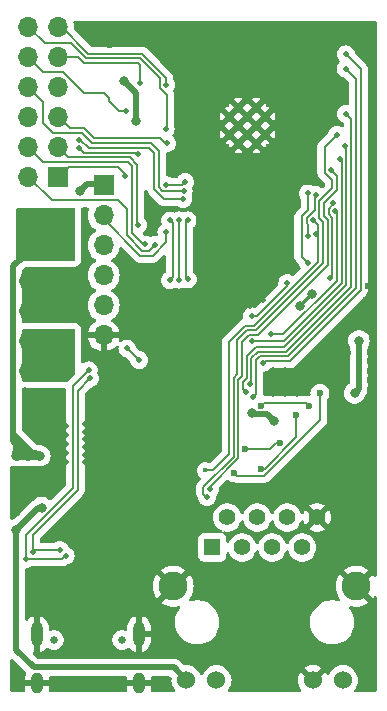
<source format=gbr>
%TF.GenerationSoftware,KiCad,Pcbnew,8.0.3*%
%TF.CreationDate,2024-11-02T12:13:14+01:00*%
%TF.ProjectId,ESP-Now-Gateway,4553502d-4e6f-4772-9d47-617465776179,rev?*%
%TF.SameCoordinates,Original*%
%TF.FileFunction,Copper,L2,Bot*%
%TF.FilePolarity,Positive*%
%FSLAX46Y46*%
G04 Gerber Fmt 4.6, Leading zero omitted, Abs format (unit mm)*
G04 Created by KiCad (PCBNEW 8.0.3) date 2024-11-02 12:13:14*
%MOMM*%
%LPD*%
G01*
G04 APERTURE LIST*
%TA.AperFunction,ComponentPad*%
%ADD10R,1.700000X1.700000*%
%TD*%
%TA.AperFunction,ComponentPad*%
%ADD11O,1.700000X1.700000*%
%TD*%
%TA.AperFunction,ComponentPad*%
%ADD12R,1.398000X1.398000*%
%TD*%
%TA.AperFunction,ComponentPad*%
%ADD13C,1.398000*%
%TD*%
%TA.AperFunction,ComponentPad*%
%ADD14C,1.530000*%
%TD*%
%TA.AperFunction,ComponentPad*%
%ADD15C,2.445000*%
%TD*%
%TA.AperFunction,ComponentPad*%
%ADD16C,0.650000*%
%TD*%
%TA.AperFunction,ComponentPad*%
%ADD17O,1.000000X2.100000*%
%TD*%
%TA.AperFunction,ComponentPad*%
%ADD18O,1.000000X1.800000*%
%TD*%
%TA.AperFunction,HeatsinkPad*%
%ADD19C,0.600000*%
%TD*%
%TA.AperFunction,ViaPad*%
%ADD20C,0.600000*%
%TD*%
%TA.AperFunction,ViaPad*%
%ADD21C,0.800000*%
%TD*%
%TA.AperFunction,ViaPad*%
%ADD22C,0.400000*%
%TD*%
%TA.AperFunction,ViaPad*%
%ADD23C,0.500000*%
%TD*%
%TA.AperFunction,Conductor*%
%ADD24C,0.200000*%
%TD*%
%TA.AperFunction,Conductor*%
%ADD25C,0.160000*%
%TD*%
%TA.AperFunction,Conductor*%
%ADD26C,0.500000*%
%TD*%
%TA.AperFunction,Conductor*%
%ADD27C,0.350000*%
%TD*%
G04 APERTURE END LIST*
D10*
%TO.P,J5,1,Pin_1*%
%TO.N,VBUS*%
X104300000Y-81600000D03*
D11*
%TO.P,J5,2,Pin_2*%
X106840000Y-81600000D03*
%TO.P,J5,3,Pin_3*%
X104300000Y-84140000D03*
%TO.P,J5,4,Pin_4*%
X106840000Y-84140000D03*
%TO.P,J5,5,Pin_5*%
%TO.N,GND*%
X104300000Y-86680000D03*
%TO.P,J5,6,Pin_6*%
X106840000Y-86680000D03*
%TO.P,J5,7,Pin_7*%
X104300000Y-89220000D03*
%TO.P,J5,8,Pin_8*%
X106840000Y-89220000D03*
%TO.P,J5,9,Pin_9*%
%TO.N,+3V3*%
X104300000Y-91760000D03*
%TO.P,J5,10,Pin_10*%
X106840000Y-91760000D03*
%TO.P,J5,11,Pin_11*%
X104300000Y-94300000D03*
%TO.P,J5,12,Pin_12*%
X106840000Y-94300000D03*
%TD*%
D10*
%TO.P,J4,1,Pin_1*%
%TO.N,/ESP_IO14*%
X106800000Y-77900000D03*
D11*
%TO.P,J4,2,Pin_2*%
%TO.N,/ESP_IO4*%
X104260000Y-77900000D03*
%TO.P,J4,3,Pin_3*%
%TO.N,/ESP_IO12*%
X106800000Y-75360000D03*
%TO.P,J4,4,Pin_4*%
%TO.N,/ESP_IO13*%
X104260000Y-75360000D03*
%TO.P,J4,5,Pin_5*%
%TO.N,/ESP_IO5*%
X106800000Y-72820000D03*
%TO.P,J4,6,Pin_6*%
%TO.N,/ESP_IO33*%
X104260000Y-72820000D03*
%TO.P,J4,7,Pin_7*%
%TO.N,/ESP_IO2*%
X106800000Y-70280000D03*
%TO.P,J4,8,Pin_8*%
%TO.N,/ESP_IO15*%
X104260000Y-70280000D03*
%TO.P,J4,9,Pin_9*%
%TO.N,/ESP_SENSOR_VP_IO36*%
X106800000Y-67740000D03*
%TO.P,J4,10,Pin_10*%
%TO.N,/ESP_IO34*%
X104260000Y-67740000D03*
%TO.P,J4,11,Pin_11*%
%TO.N,/ESP_SENSOR_VN_IO39*%
X106800000Y-65200000D03*
%TO.P,J4,12,Pin_12*%
%TO.N,/ESP_IO35*%
X104260000Y-65200000D03*
%TD*%
D10*
%TO.P,J2,1,Pin_1*%
%TO.N,+3V3*%
X110650000Y-78600000D03*
D11*
%TO.P,J2,2,Pin_2*%
%TO.N,/BOOT0*%
X110650000Y-81140000D03*
%TO.P,J2,3,Pin_3*%
%TO.N,/EN*%
X110650000Y-83680000D03*
%TO.P,J2,4,Pin_4*%
%TO.N,/TX*%
X110650000Y-86220000D03*
%TO.P,J2,5,Pin_5*%
%TO.N,/RX*%
X110650000Y-88760000D03*
%TO.P,J2,6,Pin_6*%
%TO.N,GND*%
X110650000Y-91300000D03*
%TD*%
D12*
%TO.P,J1,1*%
%TO.N,/TX+*%
X119835000Y-109250000D03*
D13*
%TO.P,J1,2*%
%TO.N,/TX-*%
X121105000Y-106710000D03*
%TO.P,J1,3*%
%TO.N,/RX+*%
X122375000Y-109250000D03*
%TO.P,J1,4*%
%TO.N,+3V3*%
X123645000Y-106710000D03*
%TO.P,J1,5*%
X124915000Y-109250000D03*
%TO.P,J1,6*%
%TO.N,/RX-*%
X126185000Y-106710000D03*
%TO.P,J1,7*%
%TO.N,N/C*%
X127455000Y-109250000D03*
%TO.P,J1,8*%
%TO.N,GND*%
X128725000Y-106710000D03*
D14*
%TO.P,J1,9*%
%TO.N,+3V3*%
X117660000Y-120500000D03*
%TO.P,J1,10*%
%TO.N,Net-(J1-Pad10)*%
X120200000Y-120500000D03*
%TO.P,J1,11*%
%TO.N,GND*%
X128370000Y-120500000D03*
%TO.P,J1,12*%
%TO.N,Net-(J1-Pad12)*%
X130910000Y-120500000D03*
D15*
%TO.P,J1,15,SHIELD*%
%TO.N,GND*%
X116540000Y-112550000D03*
%TO.P,J1,16,SHIELD*%
X132030000Y-112550000D03*
%TD*%
D16*
%TO.P,USBC1,*%
%TO.N,*%
X106430000Y-117092500D03*
X112210000Y-117092500D03*
D17*
%TO.P,USBC1,1,SHIELD*%
%TO.N,GND*%
X105000000Y-116592500D03*
D18*
%TO.P,USBC1,2,SHIELD*%
X105000000Y-120772500D03*
%TO.P,USBC1,3,SHIELD*%
X113640000Y-120772500D03*
D17*
%TO.P,USBC1,4,SHIELD*%
X113640000Y-116592500D03*
%TD*%
D19*
%TO.P,U2,39,GND*%
%TO.N,GND*%
X121295000Y-72772500D03*
X121295000Y-74297500D03*
X122057500Y-72010000D03*
X122057500Y-73535000D03*
X122057500Y-75060000D03*
X122820000Y-72772500D03*
X122820000Y-74297500D03*
X123582500Y-72010000D03*
X123582500Y-73535000D03*
X123582500Y-75060000D03*
X124345000Y-72772500D03*
X124345000Y-74297500D03*
%TD*%
D20*
%TO.N,GND*%
X129000000Y-104600000D03*
X129000000Y-103800000D03*
X129000000Y-103000000D03*
D21*
%TO.N,+3V3*%
X131895502Y-96200000D03*
D20*
%TO.N,GND*%
X131300000Y-92800000D03*
X130600000Y-93500000D03*
X129700000Y-93900000D03*
X114300000Y-98400000D03*
X114300000Y-97600000D03*
X114300000Y-96800000D03*
X114300000Y-96000000D03*
X118700000Y-100400000D03*
X117200000Y-101700000D03*
X117600000Y-100900000D03*
X117400000Y-100000000D03*
X115100000Y-103700000D03*
X116200000Y-103800000D03*
X117000000Y-104300000D03*
X115300000Y-104500000D03*
X116200000Y-104600000D03*
X116000000Y-105375735D03*
X115200000Y-105300000D03*
X118000000Y-108200000D03*
X116600000Y-106800000D03*
X115800000Y-106800000D03*
X115800000Y-107700000D03*
X114992892Y-108692892D03*
X115000000Y-107700000D03*
X115000000Y-106750735D03*
D22*
%TO.N,/BOOT0*%
X119230760Y-102737868D03*
D21*
%TO.N,+3V3*%
X112400000Y-69800000D03*
D23*
%TO.N,GND*%
X116600000Y-90700000D03*
X116600000Y-89300000D03*
X117300000Y-90000000D03*
X117300000Y-88600000D03*
X115700000Y-85700000D03*
X119100000Y-85550000D03*
X120350000Y-85550000D03*
X121600000Y-85550000D03*
X122900000Y-85550000D03*
X124150000Y-85550000D03*
X125450000Y-85500000D03*
X126750000Y-85650000D03*
%TO.N,/ESP_IO2*%
X127913917Y-79285308D03*
X117400000Y-79782718D03*
%TO.N,/ESP_IO15*%
X117423845Y-79083122D03*
X128625396Y-79431101D03*
%TO.N,GND*%
X107200000Y-103900000D03*
X106700000Y-104400000D03*
X106100000Y-104850000D03*
X109050000Y-102050000D03*
X109050000Y-101400000D03*
X109050000Y-100750000D03*
X109050000Y-100100000D03*
X109050000Y-99450000D03*
X109050000Y-98800000D03*
%TO.N,/RX*%
X119397088Y-104996368D03*
%TO.N,/TX*%
X119645001Y-104341738D03*
%TO.N,/RX*%
X107422473Y-109950000D03*
%TO.N,/TX*%
X106913927Y-109468976D03*
X109500000Y-94950000D03*
%TO.N,GND*%
X115650000Y-85000000D03*
%TO.N,/PHY_INT*%
X117779465Y-86570535D03*
%TO.N,/ETH_RXD0*%
X117017313Y-86586784D03*
X117049489Y-81555000D03*
%TO.N,/PHY_INT*%
X117749492Y-81555000D03*
%TO.N,/ETH_CRS_DV*%
X116250000Y-86650000D03*
X116264316Y-81576670D03*
%TO.N,GND*%
X126500000Y-76100000D03*
X126000001Y-73600000D03*
X126000000Y-74600000D03*
X126000000Y-72600000D03*
X126500000Y-74099999D03*
X126500000Y-75100000D03*
X126500000Y-73100000D03*
X126000000Y-75600000D03*
X126000000Y-71600000D03*
X126500000Y-72100000D03*
%TO.N,/RX*%
X130400000Y-74300000D03*
%TO.N,/TX*%
X129900000Y-77300000D03*
%TO.N,GND*%
X116600000Y-90000000D03*
X117300000Y-90700000D03*
X119400000Y-90700000D03*
X120800000Y-90700000D03*
X118700000Y-90700000D03*
X120100000Y-90700000D03*
X118000000Y-90700000D03*
X119400000Y-90000000D03*
X120800000Y-90000000D03*
X118700000Y-90000000D03*
X120100000Y-90000000D03*
X118000000Y-90000000D03*
X117300000Y-89300000D03*
X119400000Y-89300000D03*
X120800000Y-89300000D03*
X118700000Y-89300000D03*
X120100000Y-89300000D03*
X118000000Y-89300000D03*
X113200000Y-87900000D03*
X113200000Y-90700000D03*
X113200000Y-86500000D03*
X113200000Y-89300000D03*
X113800000Y-87200000D03*
X113800000Y-90000000D03*
X113800000Y-88600000D03*
X113800000Y-91400000D03*
X114500000Y-87900000D03*
X114500000Y-90700000D03*
X114500000Y-86500000D03*
X114500000Y-89300000D03*
X115200000Y-87200000D03*
X115200000Y-90000000D03*
X115200000Y-88600000D03*
X115200000Y-91400000D03*
X115900000Y-87900000D03*
X115900000Y-90700000D03*
X115900000Y-89300000D03*
X120100000Y-88600000D03*
X120800000Y-88600000D03*
X118000000Y-88600000D03*
X119400000Y-88600000D03*
X121500000Y-88600000D03*
X116600000Y-88600000D03*
X118700000Y-88600000D03*
X120100000Y-87900000D03*
X120800000Y-87900000D03*
X119400000Y-87900000D03*
X121500000Y-87900000D03*
X123000000Y-88800000D03*
X123250000Y-88200000D03*
X123000000Y-87600000D03*
X123800000Y-87700000D03*
X124100000Y-88350000D03*
%TO.N,/BOOT0*%
X128392603Y-81575001D03*
%TO.N,/ETH_RXD1*%
X130093413Y-80121300D03*
X117542272Y-78300000D03*
%TO.N,/BOOT0*%
X115950000Y-82572182D03*
%TO.N,/EN*%
X113650123Y-93400000D03*
X112645707Y-92414343D03*
%TO.N,/PHY_INT*%
X123206007Y-89684802D03*
X126201013Y-86873195D03*
%TO.N,/TX*%
X104633633Y-109623583D03*
%TO.N,/RX*%
X109393560Y-94258138D03*
X104083634Y-110250000D03*
%TO.N,GND*%
X116950000Y-109750000D03*
X117150000Y-110400000D03*
X117850000Y-110650000D03*
X118150000Y-111250000D03*
X118750000Y-111550000D03*
X119100000Y-112150000D03*
X119750000Y-112450000D03*
D20*
X121600000Y-118200000D03*
X121600000Y-119000000D03*
X121600000Y-117400000D03*
X121600000Y-116600000D03*
X121600000Y-115000000D03*
X121600000Y-115800000D03*
X132000000Y-109000000D03*
X132000000Y-109800000D03*
X132000000Y-108200000D03*
X132000000Y-107400000D03*
X132000000Y-105800000D03*
X132000000Y-106600000D03*
X133200000Y-99100000D03*
X133200000Y-99900000D03*
X133200000Y-98300000D03*
X133200000Y-97500000D03*
X133200000Y-95900000D03*
X133200000Y-96700000D03*
D23*
X131000000Y-90050000D03*
D20*
X130885823Y-90843779D03*
X133000000Y-87150000D03*
X132850000Y-89418628D03*
X133200000Y-95100000D03*
X133200000Y-94300000D03*
X133200000Y-93500000D03*
X133200000Y-92700000D03*
D23*
X111250000Y-105750000D03*
X120600000Y-81800000D03*
D20*
X111200000Y-66750000D03*
X111200000Y-66000000D03*
X111200000Y-65200000D03*
X118270000Y-118730000D03*
X119250000Y-118090000D03*
D21*
%TO.N,+3V3*%
X123195013Y-97875000D03*
X125050000Y-98594744D03*
D23*
%TO.N,GND*%
X118500000Y-75500000D03*
X107500000Y-99750000D03*
X121250000Y-69750000D03*
X112750000Y-100000000D03*
X106750000Y-99000000D03*
X120250000Y-69750000D03*
X119000000Y-76000000D03*
X107500000Y-99000000D03*
X119750000Y-80300000D03*
X122250000Y-69750000D03*
X122750000Y-70250000D03*
X124300000Y-81800000D03*
X127000000Y-95250000D03*
X120500000Y-80300000D03*
X123250000Y-69750000D03*
X122750000Y-80300000D03*
X119000000Y-72000000D03*
X118500000Y-74500000D03*
X127000000Y-94250000D03*
X122050000Y-81050000D03*
X118500000Y-72500000D03*
X112750000Y-100750000D03*
X103980000Y-95960000D03*
X123550000Y-81800000D03*
X125000000Y-96250000D03*
X112750000Y-99250000D03*
X110750000Y-92750000D03*
X126000000Y-96250000D03*
D21*
X103250000Y-106250000D03*
D23*
X126000000Y-95250000D03*
X125500000Y-95750000D03*
X122000000Y-80300000D03*
X126000000Y-94250000D03*
X107500000Y-102000000D03*
X106750000Y-102000000D03*
X124250000Y-80300000D03*
X118500000Y-73500001D03*
X112750000Y-102250000D03*
X111250000Y-101500000D03*
X112750000Y-101500000D03*
X120550000Y-81050000D03*
X105000000Y-96000000D03*
X123550000Y-81050000D03*
X122800000Y-81050000D03*
X124300000Y-81050000D03*
X119800000Y-81050000D03*
X112000000Y-102250000D03*
X119000000Y-75000000D03*
X112000000Y-101500000D03*
X125000000Y-94250000D03*
X112000000Y-100750000D03*
X122050000Y-81800000D03*
X121300000Y-81050000D03*
X119000000Y-73000000D03*
X126500000Y-94750000D03*
X111250000Y-100750000D03*
X110000000Y-92750000D03*
X112000000Y-100000000D03*
X107500000Y-101250000D03*
X123500000Y-80300000D03*
X110000000Y-93500000D03*
X106000000Y-96000000D03*
X124250000Y-69750000D03*
X111250000Y-99250000D03*
X121300000Y-81800000D03*
X124750000Y-70250000D03*
X106750000Y-101250000D03*
X121250000Y-80300000D03*
X123750000Y-70250000D03*
D21*
X118850000Y-95050000D03*
D23*
X118999999Y-74000000D03*
X126500000Y-95750000D03*
X121750000Y-70250000D03*
X106750000Y-99750000D03*
X107500000Y-100500000D03*
X127000000Y-96250000D03*
X122800000Y-81800000D03*
X125000000Y-95250000D03*
X106750000Y-100500000D03*
X118500000Y-71500000D03*
X125500000Y-94750000D03*
X110250000Y-105750000D03*
X109250000Y-105750000D03*
X111250000Y-100000000D03*
X112000000Y-99250000D03*
X120750000Y-70250000D03*
D21*
%TO.N,+3V3*%
X113421594Y-73154527D03*
X132255025Y-91755025D03*
X105405000Y-105884052D03*
X108650000Y-79050000D03*
X128279289Y-87799389D03*
X103250000Y-107750000D03*
X127289339Y-88789339D03*
D20*
%TO.N,Net-(U3-VDD1A)*%
X124000000Y-97250000D03*
X128000000Y-97250000D03*
D21*
%TO.N,VBUS*%
X104250000Y-101500000D03*
X105250000Y-101500000D03*
X103250000Y-101500000D03*
D20*
%TO.N,/TX+*%
X125612500Y-100412500D03*
X122650001Y-100917109D03*
%TO.N,/RX+*%
X126925041Y-98073571D03*
X124000000Y-102600000D03*
%TO.N,/PHY_L2*%
X121686568Y-102936568D03*
X128959221Y-96209221D03*
D23*
%TO.N,/BOOT0*%
X128650000Y-82705000D03*
%TO.N,/ETH_RXD1*%
X115892299Y-78548795D03*
X129845404Y-86445405D03*
%TO.N,/ESP_IO34*%
X112500000Y-72273176D03*
%TO.N,/ESP_IO15*%
X127974441Y-82888366D03*
%TO.N,/ESP_IO13*%
X114148503Y-83604999D03*
%TO.N,/ESP_IO5*%
X116007092Y-75034274D03*
%TO.N,/ESP_IO4*%
X114960661Y-83639339D03*
%TO.N,/ESP_IO35*%
X115900000Y-73810000D03*
%TO.N,/ESP_IO33*%
X108600000Y-75430000D03*
X113575000Y-75975000D03*
%TO.N,/ESP_SENSOR_VP_IO36*%
X113750000Y-69950000D03*
%TO.N,/ESP_IO2*%
X108571522Y-74727357D03*
X127919209Y-85154999D03*
%TO.N,/ESP_IO12*%
X113554977Y-81951753D03*
%TO.N,/ESP_IO14*%
X112454977Y-77850000D03*
%TO.N,/ESP_SENSOR_VN_IO39*%
X115950002Y-70100000D03*
%TO.N,/PHY_RXER*%
X124812776Y-91200000D03*
X130250000Y-80803564D03*
%TO.N,/ETH_MDIO*%
X130650000Y-76350000D03*
X123211740Y-91817900D03*
%TO.N,/ETH_TXD0*%
X131050000Y-75250000D03*
X122733883Y-96138278D03*
%TO.N,/ETH_TXEN*%
X123000001Y-95450000D03*
X131150000Y-72540000D03*
%TO.N,/ETH_TXD1*%
X131125000Y-68730000D03*
X123300000Y-96550000D03*
%TO.N,/ETH_MDC*%
X124124024Y-93624024D03*
X131150000Y-67500000D03*
D20*
%TO.N,GND*%
X132900000Y-88350000D03*
D22*
X110700000Y-113700000D03*
%TD*%
D24*
%TO.N,/PHY_L2*%
X124248529Y-103200000D02*
X124600000Y-102848529D01*
X128959221Y-98479994D02*
X128959221Y-96209221D01*
X121686568Y-102936568D02*
X121950000Y-103200000D01*
X121950000Y-103200000D02*
X124248529Y-103200000D01*
X124600000Y-102839215D02*
X128959221Y-98479994D01*
X124600000Y-102848529D02*
X124600000Y-102839215D01*
%TO.N,/RX*%
X119095001Y-104694281D02*
X119095001Y-104113920D01*
X122818236Y-90867900D02*
X123549813Y-90867900D01*
X129200000Y-81662753D02*
X128900000Y-81362753D01*
X121650001Y-101558920D02*
X121650001Y-94890811D01*
X121650001Y-94890811D02*
X121950000Y-94590812D01*
X128900000Y-79934314D02*
X130000000Y-78834314D01*
X119095001Y-104113920D02*
X121650001Y-101558920D01*
X121950000Y-94590812D02*
X121950000Y-91736136D01*
X121950000Y-91736136D02*
X122818236Y-90867900D01*
X123549813Y-90867900D02*
X129200000Y-85217713D01*
X130000000Y-78834314D02*
X130000000Y-78177818D01*
X130000000Y-78177818D02*
X129350000Y-77527818D01*
X128900000Y-81362753D02*
X128900000Y-79934314D01*
X129350000Y-77527818D02*
X129350000Y-75350000D01*
X129200000Y-85217713D02*
X129200000Y-81662753D01*
X119397088Y-104996368D02*
X119095001Y-104694281D01*
X129350000Y-75350000D02*
X130400000Y-74300000D01*
%TO.N,/TX*%
X122050001Y-95056496D02*
X122350000Y-94756497D01*
X119645001Y-104129606D02*
X122050001Y-101724606D01*
X119645001Y-104341738D02*
X119645001Y-104129606D01*
X122050001Y-101724606D02*
X122050001Y-95056496D01*
X122350000Y-94756497D02*
X122350000Y-91901822D01*
X123715499Y-91267900D02*
X129600000Y-85383399D01*
X122350000Y-91901822D02*
X122983922Y-91267900D01*
X130400000Y-79000000D02*
X130400000Y-77800000D01*
X122983922Y-91267900D02*
X123715499Y-91267900D01*
X129600000Y-85383399D02*
X129600000Y-81497067D01*
X129600000Y-81497067D02*
X129300000Y-81197067D01*
X129300000Y-81197067D02*
X129300000Y-80100000D01*
X129300000Y-80100000D02*
X130400000Y-79000000D01*
X130400000Y-77800000D02*
X129900000Y-77300000D01*
%TO.N,/TX+*%
X125267892Y-100412500D02*
X125612500Y-100412500D01*
X124763283Y-100917109D02*
X125267892Y-100412500D01*
X122650001Y-100917109D02*
X124763283Y-100917109D01*
%TO.N,/EN*%
X112645707Y-92414343D02*
X113631364Y-93400000D01*
X113631364Y-93400000D02*
X113650123Y-93400000D01*
D25*
%TO.N,/RX*%
X107422473Y-109950000D02*
X107122473Y-110250000D01*
X107122473Y-110250000D02*
X104083634Y-110250000D01*
D24*
%TO.N,/TX*%
X106913927Y-109468976D02*
X104788240Y-109468976D01*
X104788240Y-109468976D02*
X104633633Y-109623583D01*
%TO.N,/BOOT0*%
X119230760Y-102737868D02*
X119862132Y-102737868D01*
X119862132Y-102737868D02*
X121250001Y-101349999D01*
X128800000Y-85052027D02*
X128800000Y-82855000D01*
X128800000Y-82855000D02*
X128650000Y-82705000D01*
X121250001Y-91870449D02*
X122652550Y-90467900D01*
X121250001Y-101349999D02*
X121250001Y-91870449D01*
X122652550Y-90467900D02*
X123384127Y-90467900D01*
X123384127Y-90467900D02*
X128800000Y-85052027D01*
%TO.N,/RX+*%
X126925041Y-99948488D02*
X126925041Y-98073571D01*
X124273529Y-102600000D02*
X126925041Y-99948488D01*
X124000000Y-102600000D02*
X124273529Y-102600000D01*
D26*
%TO.N,+3V3*%
X132255025Y-95840477D02*
X132255025Y-91755025D01*
X131895502Y-96200000D02*
X132255025Y-95840477D01*
X116582500Y-119422500D02*
X117660000Y-120500000D01*
X103250000Y-107750000D02*
X105115948Y-105884052D01*
X105115948Y-105884052D02*
X105405000Y-105884052D01*
X103250000Y-107750000D02*
X103250000Y-117950000D01*
X103250000Y-117950000D02*
X104722500Y-119422500D01*
X104722500Y-119422500D02*
X116582500Y-119422500D01*
X113421594Y-70821594D02*
X112400000Y-69800000D01*
X113421594Y-73154527D02*
X113421594Y-70821594D01*
D24*
%TO.N,/ESP_SENSOR_VP_IO36*%
X113750000Y-69950000D02*
X113750000Y-68431372D01*
X113750000Y-68431372D02*
X113568628Y-68250000D01*
X113568628Y-68250000D02*
X108998529Y-68250000D01*
X108998529Y-68250000D02*
X108488529Y-67740000D01*
X108488529Y-67740000D02*
X106800000Y-67740000D01*
%TO.N,/ESP_IO35*%
X115900000Y-73810000D02*
X116000000Y-73710000D01*
X107904215Y-66590000D02*
X105650000Y-66590000D01*
X116000000Y-73710000D02*
X116000000Y-70927816D01*
X115400002Y-69515688D02*
X113734314Y-67850000D01*
X113734314Y-67850000D02*
X109164215Y-67850000D01*
X116000000Y-70927816D02*
X115400002Y-70327818D01*
X115400002Y-70327818D02*
X115400002Y-69515688D01*
X109164215Y-67850000D02*
X107904215Y-66590000D01*
X105650000Y-66590000D02*
X104260000Y-65200000D01*
%TO.N,/ESP_SENSOR_VN_IO39*%
X115950002Y-70100000D02*
X115950002Y-69500002D01*
X115950002Y-69500002D02*
X113900000Y-67450000D01*
X107079901Y-65200000D02*
X106800000Y-65200000D01*
X113900000Y-67450000D02*
X109329901Y-67450000D01*
X109329901Y-67450000D02*
X107079901Y-65200000D01*
%TO.N,/ESP_IO34*%
X111959437Y-72273176D02*
X111120016Y-71433755D01*
X111120016Y-71221623D02*
X110709966Y-70811573D01*
X112500000Y-72273176D02*
X111959437Y-72273176D01*
X111120016Y-71433755D02*
X111120016Y-71221623D01*
X110709966Y-70811573D02*
X109011573Y-70811573D01*
X109011573Y-70811573D02*
X107200000Y-69000000D01*
X105520000Y-69000000D02*
X104260000Y-67740000D01*
X107200000Y-69000000D02*
X105520000Y-69000000D01*
%TO.N,/PHY_INT*%
X117599489Y-86390559D02*
X117599489Y-81705003D01*
X117779465Y-86570535D02*
X117599489Y-86390559D01*
X117599489Y-81705003D02*
X117749492Y-81555000D01*
%TO.N,/ETH_RXD0*%
X117017313Y-86586784D02*
X117049489Y-86554608D01*
X117049489Y-86554608D02*
X117049489Y-81555000D01*
%TO.N,/ETH_CRS_DV*%
X116250000Y-86650000D02*
X116500000Y-86400000D01*
X116500000Y-86400000D02*
X116500000Y-81812354D01*
X116500000Y-81812354D02*
X116264316Y-81576670D01*
%TO.N,/PHY_INT*%
X126201013Y-87085328D02*
X123601539Y-89684802D01*
X126201013Y-86873195D02*
X126201013Y-87085328D01*
X123601539Y-89684802D02*
X123206007Y-89684802D01*
D27*
%TO.N,+3V3*%
X128279289Y-87799389D02*
X127289339Y-88789339D01*
D24*
%TO.N,/ETH_RXD1*%
X129700000Y-81031381D02*
X129700000Y-80575746D01*
X130093413Y-80182333D02*
X130093413Y-80121300D01*
X129845404Y-86445405D02*
X129845404Y-86388910D01*
X130000000Y-86234314D02*
X130000000Y-81331381D01*
X129700000Y-80575746D02*
X130093413Y-80182333D01*
X130000000Y-81331381D02*
X129700000Y-81031381D01*
X129845404Y-86388910D02*
X130000000Y-86234314D01*
%TO.N,/ESP_IO2*%
X127400000Y-84635790D02*
X127400000Y-81224100D01*
X127919209Y-85154999D02*
X127400000Y-84635790D01*
X127913917Y-80710183D02*
X127913917Y-79285308D01*
X127400000Y-81224100D02*
X127913917Y-80710183D01*
%TO.N,/PHY_RXER*%
X130400000Y-86668628D02*
X130400000Y-80953564D01*
X124812776Y-91200000D02*
X125868628Y-91200000D01*
X130400000Y-80953564D02*
X130250000Y-80803564D01*
X125868628Y-91200000D02*
X130400000Y-86668628D01*
%TO.N,/ETH_MDC*%
X124124024Y-93624024D02*
X124274024Y-93474024D01*
X124274024Y-93474024D02*
X126423034Y-93474024D01*
X126423034Y-93474024D02*
X132400000Y-87497058D01*
X132400000Y-87497058D02*
X132400000Y-68750000D01*
X132400000Y-68750000D02*
X131150000Y-67500000D01*
%TO.N,/ETH_TXD1*%
X131125000Y-68730000D02*
X132000000Y-69605000D01*
X123896206Y-93074024D02*
X123550000Y-93420230D01*
X132000000Y-87331372D02*
X126257348Y-93074024D01*
X132000000Y-69605000D02*
X132000000Y-87331372D01*
X126257348Y-93074024D02*
X123896206Y-93074024D01*
X123550000Y-96300000D02*
X123300000Y-96550000D01*
X123550000Y-93420230D02*
X123550000Y-96300000D01*
%TO.N,/ETH_TXEN*%
X123000001Y-95450000D02*
X123150000Y-95300001D01*
X123150000Y-95300001D02*
X123150000Y-93254544D01*
X123730520Y-92674024D02*
X126091662Y-92674024D01*
X123150000Y-93254544D02*
X123730520Y-92674024D01*
X126091662Y-92674024D02*
X131600000Y-87165686D01*
X131600000Y-87165686D02*
X131600000Y-72990000D01*
X131600000Y-72990000D02*
X131150000Y-72540000D01*
%TO.N,/ETH_TXD0*%
X122733883Y-96138278D02*
X122450001Y-95854396D01*
X131200000Y-87000000D02*
X131200000Y-75400000D01*
X122450001Y-95854396D02*
X122450001Y-95222182D01*
X122750000Y-94922183D02*
X122750000Y-93088858D01*
X123564834Y-92274024D02*
X125925976Y-92274024D01*
X122750000Y-93088858D02*
X123564834Y-92274024D01*
X122450001Y-95222182D02*
X122750000Y-94922183D01*
X125925976Y-92274024D02*
X131200000Y-87000000D01*
X131200000Y-75400000D02*
X131050000Y-75250000D01*
%TO.N,/ETH_MDIO*%
X123211740Y-91817900D02*
X123279640Y-91750000D01*
X123279640Y-91750000D02*
X125884314Y-91750000D01*
X130800000Y-76500000D02*
X130650000Y-76350000D01*
X125884314Y-91750000D02*
X130800000Y-86834314D01*
X130800000Y-86834314D02*
X130800000Y-76500000D01*
%TO.N,/ESP_IO15*%
X128625396Y-79431101D02*
X128500000Y-79556497D01*
X128500000Y-80689786D02*
X127842603Y-81347183D01*
X128500000Y-79556497D02*
X128500000Y-80689786D01*
X127842603Y-81347183D02*
X127842603Y-81802819D01*
X127842603Y-81802819D02*
X127974441Y-81934657D01*
X127974441Y-81934657D02*
X127974441Y-82888366D01*
%TO.N,/BOOT0*%
X128392603Y-81575001D02*
X128800000Y-81982398D01*
X128800000Y-82555000D02*
X128650000Y-82705000D01*
X128800000Y-81982398D02*
X128800000Y-82555000D01*
%TO.N,/ESP_IO2*%
X115782718Y-79782718D02*
X117400000Y-79782718D01*
X114941094Y-78941094D02*
X115782718Y-79782718D01*
%TO.N,/ESP_IO15*%
X117408172Y-79098795D02*
X117423845Y-79083122D01*
X115664481Y-79098795D02*
X117408172Y-79098795D01*
X115615686Y-79050000D02*
X115664481Y-79098795D01*
%TO.N,/ETH_RXD1*%
X117293477Y-78548795D02*
X117542272Y-78300000D01*
X115892299Y-78548795D02*
X117293477Y-78548795D01*
%TO.N,/TX*%
X104633633Y-109623583D02*
X104633633Y-108222003D01*
X108450000Y-96000000D02*
X109500000Y-94950000D01*
X108450000Y-104405636D02*
X108450000Y-96000000D01*
%TO.N,/RX*%
X104083634Y-110250000D02*
X104083634Y-108206316D01*
X104083634Y-108206316D02*
X108050000Y-104239950D01*
X108050000Y-104239950D02*
X108050000Y-95601698D01*
X108050000Y-95601698D02*
X109393560Y-94258138D01*
%TO.N,/ESP_IO5*%
X116007092Y-75034274D02*
X115801546Y-75034274D01*
X115392272Y-74625000D02*
X109812669Y-74625000D01*
X108965026Y-73777357D02*
X107757356Y-73777357D01*
X107757356Y-73777357D02*
X106800000Y-72820001D01*
X115801546Y-75034274D02*
X115392272Y-74625000D01*
X109812669Y-74625000D02*
X108965026Y-73777357D01*
%TO.N,/BOOT0*%
X115950000Y-82572182D02*
X115950000Y-83427818D01*
X115950000Y-83427818D02*
X114822819Y-84554999D01*
X113754999Y-84554999D02*
X110650000Y-81450000D01*
X114822819Y-84554999D02*
X113754999Y-84554999D01*
X110650000Y-81450000D02*
X110650000Y-81140000D01*
%TO.N,/ESP_IO4*%
X114960661Y-83639339D02*
X114445001Y-84154999D01*
X114445001Y-84154999D02*
X113920685Y-84154999D01*
X111875000Y-79875000D02*
X106235000Y-79875000D01*
X113920685Y-84154999D02*
X112604977Y-82839291D01*
X112604977Y-82839291D02*
X112604977Y-80604977D01*
X112604977Y-80604977D02*
X111875000Y-79875000D01*
X106235000Y-79875000D02*
X104260000Y-77900000D01*
%TO.N,/ESP_IO13*%
X114004999Y-83604999D02*
X113004977Y-82604977D01*
X114148503Y-83604999D02*
X114004999Y-83604999D01*
X113004977Y-82604977D02*
X113004977Y-76920663D01*
X105525000Y-76625000D02*
X104260000Y-75360000D01*
X113004977Y-76920663D02*
X112709314Y-76625000D01*
X112709314Y-76625000D02*
X105525000Y-76625000D01*
%TO.N,/ESP_IO14*%
X111825000Y-77025000D02*
X107675000Y-77025000D01*
X112454977Y-77850000D02*
X112454977Y-77654977D01*
X112454977Y-77654977D02*
X111825000Y-77025000D01*
X107675000Y-77025000D02*
X106800000Y-77900000D01*
%TO.N,/ESP_IO12*%
X113554977Y-81951753D02*
X113499999Y-81896775D01*
X113499999Y-81896775D02*
X113499999Y-76849999D01*
X112875000Y-76225000D02*
X107665000Y-76225000D01*
X113499999Y-76849999D02*
X112875000Y-76225000D01*
X107665000Y-76225000D02*
X106800000Y-75360000D01*
%TO.N,/ESP_IO33*%
X113425000Y-75825000D02*
X108995000Y-75825000D01*
X108995000Y-75825000D02*
X108600000Y-75430000D01*
X113575000Y-75975000D02*
X113425000Y-75825000D01*
%TO.N,/ESP_IO2*%
X114941094Y-75856780D02*
X114509314Y-75425000D01*
X114941094Y-78941094D02*
X114941094Y-75856780D01*
X114509314Y-75425000D02*
X109372818Y-75425000D01*
X109372818Y-75425000D02*
X108675175Y-74727357D01*
X108675175Y-74727357D02*
X108571522Y-74727357D01*
%TO.N,/ESP_IO15*%
X115341094Y-75691094D02*
X114675000Y-75025000D01*
X106377357Y-74177357D02*
X105525000Y-73325000D01*
X108799340Y-74177357D02*
X106377357Y-74177357D01*
X109646983Y-75025000D02*
X108799340Y-74177357D01*
X115341094Y-78775408D02*
X115341094Y-75691094D01*
X115615686Y-79050000D02*
X115341094Y-78775408D01*
X114675000Y-75025000D02*
X109646983Y-75025000D01*
X105525000Y-73325000D02*
X105525000Y-71545000D01*
X105525000Y-71545000D02*
X104260000Y-70280000D01*
D26*
%TO.N,+3V3*%
X123195013Y-97875000D02*
X123320013Y-98000000D01*
X123320013Y-98000000D02*
X124455256Y-98000000D01*
X124455256Y-98000000D02*
X125050000Y-98594744D01*
X108650000Y-79050000D02*
X109200000Y-78500000D01*
X109200000Y-78500000D02*
X110550000Y-78500000D01*
X110550000Y-78500000D02*
X110650000Y-78600000D01*
D24*
%TO.N,/BOOT0*%
X110650000Y-81427818D02*
X110650000Y-81140000D01*
D26*
%TO.N,VBUS*%
X103000000Y-100250000D02*
X103250000Y-100500000D01*
X104300000Y-84140000D02*
X103000000Y-85440000D01*
X103000000Y-85440000D02*
X103000000Y-100250000D01*
D24*
%TO.N,/ESP_IO14*%
X106800000Y-77820000D02*
X106800000Y-77900000D01*
X107350000Y-77270000D02*
X106800000Y-77820000D01*
D26*
%TO.N,VBUS*%
X105250000Y-101500000D02*
X104860000Y-101500000D01*
X104860000Y-101500000D02*
X103000000Y-99640000D01*
X103160000Y-100410000D02*
X103210000Y-100410000D01*
X104250000Y-101450000D02*
X104250000Y-101500000D01*
X103210000Y-100410000D02*
X104250000Y-101450000D01*
X103250000Y-101500000D02*
X103250000Y-100500000D01*
X103250000Y-100500000D02*
X103160000Y-100410000D01*
X104250000Y-101500000D02*
X103250000Y-101500000D01*
D24*
%TO.N,Net-(U3-VDD1A)*%
X124250000Y-97000000D02*
X124000000Y-97250000D01*
X127750000Y-97000000D02*
X124250000Y-97000000D01*
X128000000Y-97250000D02*
X127750000Y-97000000D01*
D26*
%TO.N,VBUS*%
X105250000Y-101500000D02*
X104250000Y-101500000D01*
D24*
%TO.N,/TX*%
X104633633Y-108222003D02*
X108450000Y-104405636D01*
%TD*%
%TA.AperFunction,Conductor*%
%TO.N,VBUS*%
G36*
X108193039Y-80519685D02*
G01*
X108238794Y-80572489D01*
X108250000Y-80624000D01*
X108250000Y-84870500D01*
X108230315Y-84937539D01*
X108177511Y-84983294D01*
X108126000Y-84994500D01*
X104001350Y-84994500D01*
X103893913Y-85006052D01*
X103893908Y-85006053D01*
X103759107Y-85056332D01*
X103643926Y-85142557D01*
X103643922Y-85142560D01*
X103617515Y-85168968D01*
X103572800Y-85213682D01*
X103511480Y-85247166D01*
X103485121Y-85250000D01*
X103374000Y-85250000D01*
X103306961Y-85230315D01*
X103261206Y-85177511D01*
X103250000Y-85126000D01*
X103250000Y-80624000D01*
X103269685Y-80556961D01*
X103322489Y-80511206D01*
X103374000Y-80500000D01*
X108126000Y-80500000D01*
X108193039Y-80519685D01*
G37*
%TD.AperFunction*%
%TD*%
%TA.AperFunction,Conductor*%
%TO.N,+3V3*%
G36*
X108193039Y-90775185D02*
G01*
X108238794Y-90827989D01*
X108250000Y-90879500D01*
X108250000Y-94501100D01*
X108230315Y-94568139D01*
X108213681Y-94588781D01*
X107681286Y-95121176D01*
X107681284Y-95121178D01*
X107620677Y-95181785D01*
X107588780Y-95213682D01*
X107527456Y-95247166D01*
X107501099Y-95250000D01*
X106053547Y-95250000D01*
X106039663Y-95249220D01*
X106003861Y-95245186D01*
X106000001Y-95244751D01*
X105999999Y-95244751D01*
X105996139Y-95245186D01*
X105960336Y-95249220D01*
X105946453Y-95250000D01*
X105053547Y-95250000D01*
X105039663Y-95249220D01*
X105003861Y-95245186D01*
X105000001Y-95244751D01*
X104999999Y-95244751D01*
X104996139Y-95245186D01*
X104960336Y-95249220D01*
X104946453Y-95250000D01*
X104244327Y-95250000D01*
X104203373Y-95243042D01*
X104148057Y-95223686D01*
X104148054Y-95223685D01*
X103980003Y-95204751D01*
X103979996Y-95204751D01*
X103888383Y-95215073D01*
X103819561Y-95203018D01*
X103768182Y-95155669D01*
X103750500Y-95091853D01*
X103750500Y-90879500D01*
X103770185Y-90812461D01*
X103822989Y-90766706D01*
X103874500Y-90755500D01*
X108126000Y-90755500D01*
X108193039Y-90775185D01*
G37*
%TD.AperFunction*%
%TD*%
%TA.AperFunction,Conductor*%
%TO.N,GND*%
G36*
X102955703Y-118717516D02*
G01*
X102962181Y-118723548D01*
X104062149Y-119823516D01*
X104095634Y-119884839D01*
X104090650Y-119954531D01*
X104089029Y-119958649D01*
X104038430Y-120080806D01*
X104038427Y-120080818D01*
X104000000Y-120274004D01*
X104000000Y-120522500D01*
X104700000Y-120522500D01*
X104700000Y-121022500D01*
X104000000Y-121022500D01*
X104000000Y-121270992D01*
X104015976Y-121351308D01*
X104009749Y-121420900D01*
X103966886Y-121476077D01*
X103900996Y-121499322D01*
X103894359Y-121499500D01*
X102874500Y-121499500D01*
X102807461Y-121479815D01*
X102761706Y-121427011D01*
X102750500Y-121375500D01*
X102750500Y-118811229D01*
X102770185Y-118744190D01*
X102822989Y-118698435D01*
X102892147Y-118688491D01*
X102955703Y-118717516D01*
G37*
%TD.AperFunction*%
%TA.AperFunction,Conductor*%
G36*
X112583039Y-120192685D02*
G01*
X112628794Y-120245489D01*
X112640000Y-120297000D01*
X112640000Y-120522500D01*
X113340000Y-120522500D01*
X113340000Y-121022500D01*
X112640000Y-121022500D01*
X112640000Y-121270992D01*
X112655976Y-121351308D01*
X112649749Y-121420900D01*
X112606886Y-121476077D01*
X112540996Y-121499322D01*
X112534359Y-121499500D01*
X106105641Y-121499500D01*
X106038602Y-121479815D01*
X105992847Y-121427011D01*
X105982903Y-121357853D01*
X105984024Y-121351308D01*
X105999999Y-121270992D01*
X106000000Y-121270992D01*
X106000000Y-121022500D01*
X105300000Y-121022500D01*
X105300000Y-120522500D01*
X106000000Y-120522500D01*
X106000000Y-120297000D01*
X106019685Y-120229961D01*
X106072489Y-120184206D01*
X106124000Y-120173000D01*
X112516000Y-120173000D01*
X112583039Y-120192685D01*
G37*
%TD.AperFunction*%
%TA.AperFunction,Conductor*%
G36*
X116287308Y-120192685D02*
G01*
X116307949Y-120209318D01*
X116365589Y-120266957D01*
X116399075Y-120328280D01*
X116401437Y-120365446D01*
X116389666Y-120499997D01*
X116389666Y-120500001D01*
X116408964Y-120720585D01*
X116408965Y-120720592D01*
X116466275Y-120934475D01*
X116466279Y-120934486D01*
X116507321Y-121022500D01*
X116559858Y-121135167D01*
X116678341Y-121304378D01*
X116700668Y-121370582D01*
X116683658Y-121438349D01*
X116632710Y-121486163D01*
X116576766Y-121499500D01*
X114745641Y-121499500D01*
X114678602Y-121479815D01*
X114632847Y-121427011D01*
X114622903Y-121357853D01*
X114624024Y-121351308D01*
X114639999Y-121270992D01*
X114640000Y-121270992D01*
X114640000Y-121022500D01*
X113940000Y-121022500D01*
X113940000Y-120522500D01*
X114640000Y-120522500D01*
X114640000Y-120297000D01*
X114659685Y-120229961D01*
X114712489Y-120184206D01*
X114764000Y-120173000D01*
X116220269Y-120173000D01*
X116287308Y-120192685D01*
G37*
%TD.AperFunction*%
%TA.AperFunction,Conductor*%
G36*
X133692539Y-64664685D02*
G01*
X133738294Y-64717489D01*
X133749500Y-64769000D01*
X133749500Y-111620486D01*
X133729815Y-111687525D01*
X133677011Y-111733280D01*
X133607853Y-111743224D01*
X133544297Y-111714199D01*
X133518113Y-111682487D01*
X133457184Y-111576957D01*
X133412557Y-111520995D01*
X132757326Y-112176225D01*
X132752243Y-112163953D01*
X132663051Y-112030468D01*
X132549532Y-111916949D01*
X132416047Y-111827757D01*
X132403773Y-111822672D01*
X133059377Y-111167068D01*
X132893665Y-111054088D01*
X132893657Y-111054083D01*
X132661067Y-110942075D01*
X132661069Y-110942075D01*
X132414375Y-110865980D01*
X132414369Y-110865979D01*
X132159089Y-110827500D01*
X131900910Y-110827500D01*
X131645630Y-110865979D01*
X131645624Y-110865980D01*
X131398931Y-110942075D01*
X131166340Y-111054085D01*
X131166327Y-111054092D01*
X131000621Y-111167067D01*
X131656226Y-111822672D01*
X131643953Y-111827757D01*
X131510468Y-111916949D01*
X131396949Y-112030468D01*
X131307757Y-112163953D01*
X131302673Y-112176226D01*
X130647442Y-111520996D01*
X130602812Y-111576960D01*
X130473729Y-111800539D01*
X130379412Y-112040855D01*
X130379406Y-112040874D01*
X130321962Y-112292554D01*
X130321962Y-112292556D01*
X130302670Y-112549995D01*
X130302670Y-112550004D01*
X130321962Y-112807443D01*
X130321962Y-112807445D01*
X130379406Y-113059125D01*
X130379412Y-113059144D01*
X130473729Y-113299460D01*
X130473728Y-113299460D01*
X130602813Y-113523039D01*
X130668897Y-113605906D01*
X130695305Y-113670593D01*
X130682550Y-113739288D01*
X130634679Y-113790182D01*
X130566893Y-113807116D01*
X130539857Y-113802994D01*
X130492041Y-113790182D01*
X130366677Y-113756591D01*
X130325939Y-113751227D01*
X130122934Y-113724500D01*
X130122927Y-113724500D01*
X129877073Y-113724500D01*
X129877065Y-113724500D01*
X129645059Y-113755045D01*
X129633323Y-113756591D01*
X129507959Y-113790182D01*
X129395847Y-113820222D01*
X129395837Y-113820225D01*
X129168714Y-113914303D01*
X129168705Y-113914307D01*
X128955787Y-114037236D01*
X128760745Y-114186897D01*
X128760738Y-114186903D01*
X128586903Y-114360738D01*
X128586897Y-114360745D01*
X128437236Y-114555787D01*
X128314307Y-114768705D01*
X128314303Y-114768714D01*
X128220225Y-114995837D01*
X128220222Y-114995847D01*
X128156592Y-115233320D01*
X128156590Y-115233331D01*
X128124500Y-115477065D01*
X128124500Y-115722934D01*
X128134968Y-115802441D01*
X128156591Y-115966677D01*
X128156592Y-115966679D01*
X128220222Y-116204152D01*
X128220225Y-116204162D01*
X128314303Y-116431285D01*
X128314307Y-116431294D01*
X128325856Y-116451297D01*
X128437233Y-116644208D01*
X128437235Y-116644211D01*
X128437236Y-116644212D01*
X128586897Y-116839254D01*
X128586903Y-116839261D01*
X128760738Y-117013096D01*
X128760745Y-117013102D01*
X128875335Y-117101030D01*
X128955792Y-117162767D01*
X129168708Y-117285694D01*
X129395847Y-117379778D01*
X129633323Y-117443409D01*
X129877073Y-117475500D01*
X129877080Y-117475500D01*
X130122920Y-117475500D01*
X130122927Y-117475500D01*
X130366677Y-117443409D01*
X130604153Y-117379778D01*
X130831292Y-117285694D01*
X131044208Y-117162767D01*
X131239256Y-117013101D01*
X131413101Y-116839256D01*
X131562767Y-116644208D01*
X131685694Y-116431292D01*
X131779778Y-116204153D01*
X131843409Y-115966677D01*
X131875500Y-115722927D01*
X131875500Y-115477073D01*
X131843409Y-115233323D01*
X131779778Y-114995847D01*
X131685694Y-114768708D01*
X131562767Y-114555792D01*
X131450443Y-114409409D01*
X131425250Y-114344241D01*
X131439288Y-114275797D01*
X131488102Y-114225807D01*
X131556193Y-114210143D01*
X131585371Y-114215433D01*
X131645629Y-114234020D01*
X131900910Y-114272499D01*
X131900917Y-114272500D01*
X132159083Y-114272500D01*
X132159089Y-114272499D01*
X132414369Y-114234020D01*
X132414375Y-114234019D01*
X132661068Y-114157924D01*
X132893657Y-114045916D01*
X132893658Y-114045915D01*
X133059377Y-113932930D01*
X132403773Y-113277326D01*
X132416047Y-113272243D01*
X132549532Y-113183051D01*
X132663051Y-113069532D01*
X132752243Y-112936047D01*
X132757326Y-112923773D01*
X133412556Y-113579003D01*
X133457187Y-113523039D01*
X133518113Y-113417513D01*
X133568680Y-113369297D01*
X133637287Y-113356074D01*
X133702152Y-113382043D01*
X133742680Y-113438957D01*
X133749500Y-113479513D01*
X133749500Y-121375500D01*
X133729815Y-121442539D01*
X133677011Y-121488294D01*
X133625500Y-121499500D01*
X131993234Y-121499500D01*
X131926195Y-121479815D01*
X131880440Y-121427011D01*
X131870496Y-121357853D01*
X131891657Y-121304378D01*
X132010142Y-121135167D01*
X132103723Y-120934480D01*
X132161035Y-120720591D01*
X132180334Y-120500000D01*
X132161035Y-120279409D01*
X132103723Y-120065520D01*
X132091574Y-120039467D01*
X132051968Y-119954531D01*
X132010142Y-119864833D01*
X131883132Y-119683445D01*
X131726555Y-119526868D01*
X131545167Y-119399858D01*
X131545163Y-119399856D01*
X131344486Y-119306279D01*
X131344475Y-119306275D01*
X131130592Y-119248965D01*
X131130585Y-119248964D01*
X130910002Y-119229666D01*
X130909998Y-119229666D01*
X130689414Y-119248964D01*
X130689407Y-119248965D01*
X130475524Y-119306275D01*
X130475513Y-119306279D01*
X130274836Y-119399856D01*
X130274834Y-119399857D01*
X130093444Y-119526868D01*
X129936868Y-119683444D01*
X129809857Y-119864833D01*
X129752106Y-119988683D01*
X129705934Y-120041122D01*
X129638740Y-120060274D01*
X129571859Y-120040058D01*
X129527342Y-119988683D01*
X129469707Y-119865085D01*
X129469706Y-119865083D01*
X129423894Y-119799657D01*
X129423894Y-119799656D01*
X128861127Y-120362422D01*
X128845245Y-120303147D01*
X128778102Y-120186853D01*
X128683147Y-120091898D01*
X128566853Y-120024755D01*
X128507575Y-120008872D01*
X129070342Y-119446105D01*
X129070341Y-119446103D01*
X129004919Y-119400295D01*
X128804309Y-119306749D01*
X128804300Y-119306745D01*
X128590509Y-119249461D01*
X128590499Y-119249459D01*
X128370001Y-119230168D01*
X128369999Y-119230168D01*
X128149500Y-119249459D01*
X128149490Y-119249461D01*
X127935699Y-119306745D01*
X127935690Y-119306749D01*
X127735084Y-119400293D01*
X127669657Y-119446104D01*
X128232424Y-120008871D01*
X128173147Y-120024755D01*
X128056853Y-120091898D01*
X127961898Y-120186853D01*
X127894755Y-120303147D01*
X127878871Y-120362424D01*
X127316104Y-119799657D01*
X127270293Y-119865084D01*
X127176749Y-120065690D01*
X127176745Y-120065699D01*
X127119461Y-120279490D01*
X127119459Y-120279500D01*
X127100168Y-120499999D01*
X127100168Y-120500000D01*
X127119459Y-120720499D01*
X127119461Y-120720509D01*
X127176745Y-120934300D01*
X127176749Y-120934309D01*
X127270293Y-121134916D01*
X127270297Y-121134922D01*
X127388951Y-121304376D01*
X127411279Y-121370582D01*
X127394269Y-121438349D01*
X127343322Y-121486163D01*
X127287377Y-121499500D01*
X121283234Y-121499500D01*
X121216195Y-121479815D01*
X121170440Y-121427011D01*
X121160496Y-121357853D01*
X121181657Y-121304378D01*
X121300142Y-121135167D01*
X121393723Y-120934480D01*
X121451035Y-120720591D01*
X121470334Y-120500000D01*
X121451035Y-120279409D01*
X121393723Y-120065520D01*
X121381574Y-120039467D01*
X121341968Y-119954531D01*
X121300142Y-119864833D01*
X121173132Y-119683445D01*
X121016555Y-119526868D01*
X120835167Y-119399858D01*
X120835163Y-119399856D01*
X120634486Y-119306279D01*
X120634475Y-119306275D01*
X120420592Y-119248965D01*
X120420585Y-119248964D01*
X120200002Y-119229666D01*
X120199998Y-119229666D01*
X119979414Y-119248964D01*
X119979407Y-119248965D01*
X119765524Y-119306275D01*
X119765513Y-119306279D01*
X119564836Y-119399856D01*
X119564834Y-119399857D01*
X119383444Y-119526868D01*
X119226868Y-119683444D01*
X119099857Y-119864834D01*
X119099856Y-119864836D01*
X119042382Y-119988091D01*
X118996210Y-120040531D01*
X118929017Y-120059683D01*
X118862135Y-120039467D01*
X118817618Y-119988091D01*
X118789050Y-119926828D01*
X118760142Y-119864833D01*
X118633132Y-119683445D01*
X118476555Y-119526868D01*
X118295167Y-119399858D01*
X118295163Y-119399856D01*
X118094486Y-119306279D01*
X118094475Y-119306275D01*
X117880592Y-119248965D01*
X117880585Y-119248964D01*
X117660002Y-119229666D01*
X117659998Y-119229666D01*
X117525445Y-119241437D01*
X117456945Y-119227670D01*
X117426957Y-119205590D01*
X117060921Y-118839552D01*
X117060914Y-118839546D01*
X116987229Y-118790312D01*
X116987229Y-118790313D01*
X116937991Y-118757413D01*
X116801417Y-118700843D01*
X116801407Y-118700840D01*
X116656420Y-118672000D01*
X116656418Y-118672000D01*
X105084729Y-118672000D01*
X105017690Y-118652315D01*
X104997048Y-118635681D01*
X104694177Y-118332810D01*
X104660692Y-118271487D01*
X104665676Y-118201795D01*
X104704721Y-118149638D01*
X104704665Y-118149570D01*
X104704942Y-118149341D01*
X104707548Y-118145862D01*
X104710545Y-118144744D01*
X104750000Y-118112363D01*
X104750000Y-117309499D01*
X104759940Y-117326716D01*
X104815795Y-117382571D01*
X104884204Y-117422067D01*
X104960504Y-117442511D01*
X105039496Y-117442511D01*
X105115796Y-117422067D01*
X105184205Y-117382571D01*
X105240060Y-117326716D01*
X105250000Y-117309499D01*
X105250000Y-118112362D01*
X105291690Y-118104069D01*
X105291692Y-118104069D01*
X105473671Y-118028692D01*
X105473684Y-118028685D01*
X105637462Y-117919251D01*
X105637466Y-117919248D01*
X105781059Y-117775656D01*
X105782455Y-117777052D01*
X105832658Y-117742829D01*
X105902501Y-117740932D01*
X105939695Y-117757709D01*
X105955878Y-117768521D01*
X105959842Y-117771284D01*
X106014976Y-117811342D01*
X106020248Y-117813689D01*
X106020259Y-117813694D01*
X106038714Y-117823871D01*
X106038763Y-117823903D01*
X106038979Y-117824048D01*
X106102630Y-117850412D01*
X106105514Y-117851651D01*
X106173501Y-117881922D01*
X106177813Y-117883323D01*
X106183225Y-117885020D01*
X106183381Y-117884507D01*
X106189208Y-117886274D01*
X106189211Y-117886276D01*
X106262931Y-117900939D01*
X106264390Y-117901240D01*
X106343236Y-117918000D01*
X106516763Y-117918000D01*
X106516764Y-117918000D01*
X106595626Y-117901236D01*
X106597051Y-117900943D01*
X106670789Y-117886276D01*
X106670794Y-117886273D01*
X106670798Y-117886273D01*
X106676627Y-117884505D01*
X106676782Y-117885016D01*
X106682255Y-117883300D01*
X106686495Y-117881923D01*
X106686495Y-117881922D01*
X106686499Y-117881922D01*
X106754494Y-117851647D01*
X106757358Y-117850417D01*
X106821021Y-117824048D01*
X106821274Y-117823878D01*
X106839742Y-117813693D01*
X106845024Y-117811342D01*
X106900163Y-117771279D01*
X106904127Y-117768518D01*
X106951546Y-117736834D01*
X106956225Y-117733708D01*
X106960870Y-117729062D01*
X106975667Y-117716423D01*
X106985410Y-117709345D01*
X107026852Y-117663317D01*
X107031283Y-117658648D01*
X107071208Y-117618725D01*
X107078340Y-117608049D01*
X107089285Y-117593977D01*
X107101522Y-117580389D01*
X107129373Y-117532147D01*
X107133633Y-117525296D01*
X107161548Y-117483521D01*
X107168846Y-117465902D01*
X107176017Y-117451359D01*
X107188286Y-117430111D01*
X107203577Y-117383048D01*
X107206932Y-117373953D01*
X107223776Y-117333289D01*
X107228715Y-117308457D01*
X107232401Y-117294335D01*
X107235208Y-117285696D01*
X107241908Y-117265076D01*
X107246427Y-117222076D01*
X107248125Y-117210873D01*
X107255500Y-117173805D01*
X107255500Y-117142261D01*
X107256179Y-117129300D01*
X107260047Y-117092500D01*
X107260047Y-117092499D01*
X111379953Y-117092499D01*
X111383821Y-117129300D01*
X111384500Y-117142261D01*
X111384500Y-117173809D01*
X111391868Y-117210851D01*
X111393571Y-117222076D01*
X111398091Y-117265072D01*
X111398091Y-117265074D01*
X111398092Y-117265076D01*
X111403262Y-117280990D01*
X111407601Y-117294344D01*
X111411285Y-117308463D01*
X111416224Y-117333291D01*
X111433057Y-117373932D01*
X111436425Y-117383062D01*
X111451711Y-117430105D01*
X111451712Y-117430108D01*
X111451714Y-117430111D01*
X111463975Y-117451349D01*
X111463982Y-117451360D01*
X111471154Y-117465904D01*
X111478450Y-117483518D01*
X111478451Y-117483520D01*
X111478452Y-117483521D01*
X111506344Y-117525264D01*
X111510627Y-117532151D01*
X111538476Y-117580386D01*
X111538480Y-117580391D01*
X111550715Y-117593980D01*
X111561666Y-117608060D01*
X111568793Y-117618727D01*
X111568794Y-117618728D01*
X111608697Y-117658630D01*
X111613168Y-117663341D01*
X111654588Y-117709344D01*
X111664325Y-117716418D01*
X111679123Y-117729057D01*
X111683770Y-117733704D01*
X111683773Y-117733706D01*
X111683775Y-117733708D01*
X111735878Y-117768521D01*
X111739843Y-117771284D01*
X111794976Y-117811342D01*
X111800248Y-117813689D01*
X111800259Y-117813694D01*
X111818714Y-117823871D01*
X111818763Y-117823903D01*
X111818979Y-117824048D01*
X111882630Y-117850412D01*
X111885514Y-117851651D01*
X111953501Y-117881922D01*
X111957813Y-117883323D01*
X111963225Y-117885020D01*
X111963381Y-117884507D01*
X111969208Y-117886274D01*
X111969211Y-117886276D01*
X112042931Y-117900939D01*
X112044390Y-117901240D01*
X112123236Y-117918000D01*
X112296763Y-117918000D01*
X112296764Y-117918000D01*
X112375626Y-117901236D01*
X112377051Y-117900943D01*
X112450789Y-117886276D01*
X112450794Y-117886273D01*
X112450798Y-117886273D01*
X112456627Y-117884505D01*
X112456782Y-117885016D01*
X112462255Y-117883300D01*
X112466495Y-117881923D01*
X112466495Y-117881922D01*
X112466499Y-117881922D01*
X112534494Y-117851647D01*
X112537358Y-117850417D01*
X112601021Y-117824048D01*
X112601274Y-117823878D01*
X112619742Y-117813693D01*
X112625024Y-117811342D01*
X112680163Y-117771279D01*
X112684126Y-117768518D01*
X112700300Y-117757711D01*
X112766977Y-117736834D01*
X112834357Y-117755319D01*
X112858321Y-117776275D01*
X112858941Y-117775656D01*
X113002533Y-117919248D01*
X113002537Y-117919251D01*
X113166315Y-118028685D01*
X113166328Y-118028692D01*
X113348308Y-118104069D01*
X113390000Y-118112362D01*
X113390000Y-117309487D01*
X113399940Y-117326704D01*
X113455795Y-117382559D01*
X113524204Y-117422055D01*
X113600504Y-117442499D01*
X113679496Y-117442499D01*
X113755796Y-117422055D01*
X113824205Y-117382559D01*
X113880060Y-117326704D01*
X113890000Y-117309487D01*
X113890000Y-118112362D01*
X113931690Y-118104069D01*
X113931692Y-118104069D01*
X114113671Y-118028692D01*
X114113684Y-118028685D01*
X114277462Y-117919251D01*
X114277466Y-117919248D01*
X114416748Y-117779966D01*
X114416751Y-117779962D01*
X114526185Y-117616184D01*
X114526192Y-117616171D01*
X114601569Y-117434193D01*
X114601572Y-117434181D01*
X114639999Y-117240995D01*
X114640000Y-117240992D01*
X114640000Y-116842500D01*
X113940000Y-116842500D01*
X113940000Y-116342500D01*
X114640000Y-116342500D01*
X114640000Y-115944008D01*
X114639999Y-115944004D01*
X114601572Y-115750818D01*
X114601569Y-115750806D01*
X114526192Y-115568828D01*
X114526185Y-115568815D01*
X114416751Y-115405037D01*
X114416748Y-115405033D01*
X114277466Y-115265751D01*
X114277462Y-115265748D01*
X114113684Y-115156314D01*
X114113671Y-115156307D01*
X113931691Y-115080929D01*
X113931683Y-115080927D01*
X113890000Y-115072635D01*
X113890000Y-115875512D01*
X113880060Y-115858296D01*
X113824205Y-115802441D01*
X113755796Y-115762945D01*
X113679496Y-115742501D01*
X113600504Y-115742501D01*
X113524204Y-115762945D01*
X113455795Y-115802441D01*
X113399940Y-115858296D01*
X113390000Y-115875512D01*
X113390000Y-115072636D01*
X113389999Y-115072635D01*
X113348316Y-115080927D01*
X113348308Y-115080929D01*
X113166328Y-115156307D01*
X113166315Y-115156314D01*
X113002537Y-115265748D01*
X113002533Y-115265751D01*
X112863251Y-115405033D01*
X112863248Y-115405037D01*
X112753814Y-115568815D01*
X112753807Y-115568828D01*
X112678430Y-115750806D01*
X112678427Y-115750818D01*
X112640000Y-115944004D01*
X112640000Y-116189382D01*
X112620315Y-116256421D01*
X112567511Y-116302176D01*
X112498353Y-116312120D01*
X112472796Y-116304747D01*
X112472686Y-116305088D01*
X112463170Y-116301996D01*
X112456766Y-116300002D01*
X112456618Y-116300492D01*
X112450788Y-116298723D01*
X112377155Y-116284076D01*
X112375567Y-116283749D01*
X112296768Y-116267000D01*
X112296764Y-116267000D01*
X112123236Y-116267000D01*
X112044372Y-116283762D01*
X112042786Y-116284088D01*
X111969203Y-116298725D01*
X111963380Y-116300492D01*
X111963237Y-116300023D01*
X111956296Y-116302169D01*
X111953504Y-116303076D01*
X111885571Y-116333321D01*
X111882595Y-116334599D01*
X111818982Y-116360950D01*
X111818975Y-116360954D01*
X111818696Y-116361141D01*
X111800269Y-116371301D01*
X111794983Y-116373654D01*
X111794973Y-116373660D01*
X111739864Y-116413698D01*
X111735875Y-116416478D01*
X111683778Y-116451289D01*
X111683768Y-116451297D01*
X111679122Y-116455944D01*
X111664336Y-116468572D01*
X111654595Y-116475649D01*
X111613167Y-116521659D01*
X111608701Y-116526364D01*
X111568795Y-116566271D01*
X111568790Y-116566276D01*
X111561659Y-116576949D01*
X111550715Y-116591019D01*
X111538479Y-116604608D01*
X111510632Y-116652840D01*
X111506349Y-116659726D01*
X111478454Y-116701474D01*
X111478453Y-116701476D01*
X111471153Y-116719098D01*
X111463986Y-116733630D01*
X111451713Y-116754889D01*
X111436428Y-116801933D01*
X111433059Y-116811064D01*
X111416223Y-116851711D01*
X111416222Y-116851713D01*
X111411283Y-116876541D01*
X111407600Y-116890656D01*
X111398092Y-116919922D01*
X111393571Y-116962924D01*
X111391869Y-116974148D01*
X111384500Y-117011196D01*
X111384500Y-117042737D01*
X111383821Y-117055698D01*
X111379953Y-117092499D01*
X107260047Y-117092499D01*
X107256179Y-117055698D01*
X107255500Y-117042737D01*
X107255500Y-117011190D01*
X107248130Y-116974147D01*
X107246425Y-116962909D01*
X107241908Y-116919928D01*
X107241908Y-116919924D01*
X107232396Y-116890651D01*
X107228715Y-116876541D01*
X107223776Y-116851711D01*
X107206933Y-116811049D01*
X107203579Y-116801957D01*
X107188286Y-116754889D01*
X107176018Y-116733640D01*
X107168844Y-116719092D01*
X107161550Y-116701483D01*
X107161549Y-116701482D01*
X107161548Y-116701479D01*
X107133641Y-116659713D01*
X107129367Y-116652840D01*
X107101522Y-116604611D01*
X107089284Y-116591019D01*
X107078337Y-116576945D01*
X107071208Y-116566275D01*
X107031297Y-116526364D01*
X107026831Y-116521658D01*
X106985410Y-116475655D01*
X106975666Y-116468575D01*
X106960875Y-116455941D01*
X106956227Y-116451293D01*
X106904135Y-116416487D01*
X106900140Y-116413703D01*
X106900133Y-116413698D01*
X106845024Y-116373658D01*
X106845023Y-116373657D01*
X106845021Y-116373656D01*
X106839740Y-116371305D01*
X106821282Y-116361126D01*
X106821025Y-116360954D01*
X106821018Y-116360950D01*
X106757426Y-116334610D01*
X106754444Y-116333329D01*
X106686500Y-116303078D01*
X106683170Y-116301996D01*
X106676766Y-116300002D01*
X106676618Y-116300492D01*
X106670788Y-116298723D01*
X106597155Y-116284076D01*
X106595567Y-116283749D01*
X106516768Y-116267000D01*
X106516764Y-116267000D01*
X106343236Y-116267000D01*
X106264372Y-116283762D01*
X106262786Y-116284088D01*
X106189203Y-116298725D01*
X106183380Y-116300492D01*
X106183237Y-116300023D01*
X106176296Y-116302169D01*
X106167325Y-116305085D01*
X106166868Y-116303679D01*
X106105173Y-116311944D01*
X106041900Y-116282310D01*
X106004692Y-116223171D01*
X106000000Y-116189382D01*
X106000000Y-115944008D01*
X105999999Y-115944004D01*
X105961572Y-115750818D01*
X105961569Y-115750806D01*
X105886192Y-115568828D01*
X105886185Y-115568815D01*
X105776751Y-115405037D01*
X105776748Y-115405033D01*
X105637466Y-115265751D01*
X105637462Y-115265748D01*
X105473684Y-115156314D01*
X105473671Y-115156307D01*
X105291691Y-115080929D01*
X105291683Y-115080927D01*
X105250000Y-115072635D01*
X105250000Y-115875500D01*
X105240060Y-115858284D01*
X105184205Y-115802429D01*
X105115796Y-115762933D01*
X105039496Y-115742489D01*
X104960504Y-115742489D01*
X104884204Y-115762933D01*
X104815795Y-115802429D01*
X104759940Y-115858284D01*
X104750000Y-115875500D01*
X104750000Y-115072636D01*
X104749999Y-115072635D01*
X104708316Y-115080927D01*
X104708308Y-115080929D01*
X104526328Y-115156307D01*
X104526315Y-115156314D01*
X104362537Y-115265748D01*
X104362533Y-115265751D01*
X104223250Y-115405034D01*
X104220353Y-115408565D01*
X104162607Y-115447899D01*
X104092762Y-115449770D01*
X104032994Y-115413582D01*
X104002278Y-115350826D01*
X104000500Y-115329900D01*
X104000500Y-112549995D01*
X114812670Y-112549995D01*
X114812670Y-112550004D01*
X114831962Y-112807443D01*
X114831962Y-112807445D01*
X114889406Y-113059125D01*
X114889412Y-113059144D01*
X114983729Y-113299460D01*
X114983728Y-113299460D01*
X115112815Y-113523043D01*
X115157441Y-113579003D01*
X115157442Y-113579003D01*
X115812672Y-112923772D01*
X115817757Y-112936047D01*
X115906949Y-113069532D01*
X116020468Y-113183051D01*
X116153953Y-113272243D01*
X116166225Y-113277326D01*
X115510621Y-113932930D01*
X115676334Y-114045911D01*
X115676342Y-114045916D01*
X115908932Y-114157924D01*
X115908930Y-114157924D01*
X116155624Y-114234019D01*
X116155630Y-114234020D01*
X116410910Y-114272499D01*
X116410917Y-114272500D01*
X116669083Y-114272500D01*
X116669089Y-114272499D01*
X116924369Y-114234020D01*
X116924370Y-114234020D01*
X116984628Y-114215433D01*
X117054491Y-114214482D01*
X117113778Y-114251453D01*
X117143665Y-114314608D01*
X117134664Y-114383895D01*
X117119555Y-114409410D01*
X117007236Y-114555787D01*
X116884307Y-114768705D01*
X116884303Y-114768714D01*
X116790225Y-114995837D01*
X116790222Y-114995847D01*
X116726592Y-115233320D01*
X116726590Y-115233331D01*
X116694500Y-115477065D01*
X116694500Y-115722934D01*
X116704968Y-115802441D01*
X116726591Y-115966677D01*
X116726592Y-115966679D01*
X116790222Y-116204152D01*
X116790225Y-116204162D01*
X116884303Y-116431285D01*
X116884307Y-116431294D01*
X116895856Y-116451297D01*
X117007233Y-116644208D01*
X117007235Y-116644211D01*
X117007236Y-116644212D01*
X117156897Y-116839254D01*
X117156903Y-116839261D01*
X117330738Y-117013096D01*
X117330745Y-117013102D01*
X117445335Y-117101030D01*
X117525792Y-117162767D01*
X117738708Y-117285694D01*
X117965847Y-117379778D01*
X118203323Y-117443409D01*
X118447073Y-117475500D01*
X118447080Y-117475500D01*
X118692920Y-117475500D01*
X118692927Y-117475500D01*
X118936677Y-117443409D01*
X119174153Y-117379778D01*
X119401292Y-117285694D01*
X119614208Y-117162767D01*
X119809256Y-117013101D01*
X119983101Y-116839256D01*
X120132767Y-116644208D01*
X120255694Y-116431292D01*
X120349778Y-116204153D01*
X120413409Y-115966677D01*
X120445500Y-115722927D01*
X120445500Y-115477073D01*
X120413409Y-115233323D01*
X120349778Y-114995847D01*
X120255694Y-114768708D01*
X120132767Y-114555792D01*
X120020444Y-114409410D01*
X119983102Y-114360745D01*
X119983096Y-114360738D01*
X119809261Y-114186903D01*
X119809254Y-114186897D01*
X119614212Y-114037236D01*
X119614211Y-114037235D01*
X119614208Y-114037233D01*
X119401292Y-113914306D01*
X119401285Y-113914303D01*
X119174162Y-113820225D01*
X119174155Y-113820223D01*
X119174153Y-113820222D01*
X118936677Y-113756591D01*
X118895939Y-113751227D01*
X118692934Y-113724500D01*
X118692927Y-113724500D01*
X118447073Y-113724500D01*
X118447065Y-113724500D01*
X118215059Y-113755045D01*
X118203323Y-113756591D01*
X118140278Y-113773483D01*
X118030142Y-113802994D01*
X117960292Y-113801331D01*
X117902430Y-113762168D01*
X117874926Y-113697939D01*
X117886513Y-113629037D01*
X117901103Y-113605905D01*
X117967186Y-113523040D01*
X118096270Y-113299460D01*
X118190587Y-113059144D01*
X118190593Y-113059125D01*
X118248037Y-112807445D01*
X118248037Y-112807443D01*
X118267330Y-112550004D01*
X118267330Y-112549995D01*
X118248037Y-112292556D01*
X118248037Y-112292554D01*
X118190593Y-112040874D01*
X118190587Y-112040855D01*
X118096270Y-111800539D01*
X118096271Y-111800539D01*
X117967186Y-111576960D01*
X117922557Y-111520995D01*
X117267326Y-112176225D01*
X117262243Y-112163953D01*
X117173051Y-112030468D01*
X117059532Y-111916949D01*
X116926047Y-111827757D01*
X116913773Y-111822672D01*
X117569377Y-111167068D01*
X117403665Y-111054088D01*
X117403657Y-111054083D01*
X117171067Y-110942075D01*
X117171069Y-110942075D01*
X116924375Y-110865980D01*
X116924369Y-110865979D01*
X116669089Y-110827500D01*
X116410910Y-110827500D01*
X116155630Y-110865979D01*
X116155624Y-110865980D01*
X115908931Y-110942075D01*
X115676340Y-111054085D01*
X115676327Y-111054092D01*
X115510621Y-111167067D01*
X116166226Y-111822672D01*
X116153953Y-111827757D01*
X116020468Y-111916949D01*
X115906949Y-112030468D01*
X115817757Y-112163953D01*
X115812672Y-112176226D01*
X115157442Y-111520996D01*
X115112812Y-111576960D01*
X114983729Y-111800539D01*
X114889412Y-112040855D01*
X114889406Y-112040874D01*
X114831962Y-112292554D01*
X114831962Y-112292556D01*
X114812670Y-112549995D01*
X104000500Y-112549995D01*
X104000500Y-111125429D01*
X104020185Y-111058390D01*
X104072989Y-111012635D01*
X104110617Y-111002209D01*
X104251689Y-110986314D01*
X104251691Y-110986313D01*
X104251693Y-110986313D01*
X104411324Y-110930456D01*
X104540153Y-110849507D01*
X104606126Y-110830500D01*
X107198896Y-110830500D01*
X107198898Y-110830500D01*
X107276983Y-110809577D01*
X107346538Y-110790940D01*
X107478908Y-110714516D01*
X107478908Y-110714515D01*
X107485947Y-110710452D01*
X107487115Y-110712475D01*
X107537033Y-110692341D01*
X107590526Y-110686314D01*
X107590529Y-110686313D01*
X107590532Y-110686313D01*
X107750163Y-110630456D01*
X107750165Y-110630454D01*
X107750167Y-110630454D01*
X107750170Y-110630452D01*
X107893357Y-110540481D01*
X107893358Y-110540480D01*
X107893363Y-110540477D01*
X108012950Y-110420890D01*
X108020639Y-110408653D01*
X108102925Y-110277697D01*
X108102927Y-110277694D01*
X108102927Y-110277692D01*
X108102929Y-110277690D01*
X108158786Y-110118059D01*
X108158786Y-110118058D01*
X108158787Y-110118056D01*
X108177722Y-109950002D01*
X108177722Y-109949997D01*
X108158787Y-109781943D01*
X108123975Y-109682457D01*
X108102929Y-109622310D01*
X108102928Y-109622309D01*
X108102927Y-109622305D01*
X108102925Y-109622302D01*
X108012954Y-109479115D01*
X108012949Y-109479109D01*
X107893363Y-109359523D01*
X107893357Y-109359518D01*
X107750170Y-109269547D01*
X107750161Y-109269543D01*
X107680152Y-109245045D01*
X107623377Y-109204323D01*
X107604067Y-109168959D01*
X107594384Y-109141289D01*
X107594379Y-109141278D01*
X107504408Y-108998091D01*
X107504403Y-108998085D01*
X107384817Y-108878499D01*
X107384811Y-108878494D01*
X107241624Y-108788523D01*
X107241621Y-108788521D01*
X107081983Y-108732661D01*
X106913930Y-108713727D01*
X106913924Y-108713727D01*
X106745870Y-108732661D01*
X106586234Y-108788521D01*
X106519681Y-108830340D01*
X106490317Y-108848791D01*
X106489236Y-108849470D01*
X106423264Y-108868476D01*
X105358133Y-108868476D01*
X105291094Y-108848791D01*
X105245339Y-108795987D01*
X105234133Y-108744476D01*
X105234133Y-108522099D01*
X105239701Y-108503135D01*
X118635500Y-108503135D01*
X118635500Y-109996870D01*
X118635501Y-109996876D01*
X118641908Y-110056483D01*
X118692202Y-110191328D01*
X118692206Y-110191335D01*
X118778452Y-110306544D01*
X118778455Y-110306547D01*
X118893664Y-110392793D01*
X118893671Y-110392797D01*
X119028517Y-110443091D01*
X119028516Y-110443091D01*
X119035444Y-110443835D01*
X119088127Y-110449500D01*
X120581872Y-110449499D01*
X120641483Y-110443091D01*
X120776331Y-110392796D01*
X120891546Y-110306546D01*
X120977796Y-110191331D01*
X121028091Y-110056483D01*
X121034500Y-109996873D01*
X121034499Y-109776168D01*
X121054183Y-109709131D01*
X121106987Y-109663376D01*
X121176145Y-109653432D01*
X121239701Y-109682457D01*
X121269499Y-109720898D01*
X121350795Y-109884161D01*
X121484762Y-110061562D01*
X121546737Y-110118059D01*
X121649043Y-110211323D01*
X121838046Y-110328349D01*
X121838047Y-110328349D01*
X121838048Y-110328350D01*
X121907142Y-110355117D01*
X122045335Y-110408653D01*
X122263850Y-110449500D01*
X122263853Y-110449500D01*
X122486147Y-110449500D01*
X122486150Y-110449500D01*
X122704665Y-110408653D01*
X122911954Y-110328349D01*
X123100957Y-110211323D01*
X123265239Y-110061560D01*
X123399205Y-109884161D01*
X123498292Y-109685166D01*
X123525734Y-109588715D01*
X123563013Y-109529624D01*
X123626323Y-109500067D01*
X123695563Y-109509429D01*
X123748749Y-109554739D01*
X123764264Y-109588714D01*
X123773824Y-109622310D01*
X123791707Y-109685163D01*
X123791712Y-109685176D01*
X123890795Y-109884161D01*
X124024762Y-110061562D01*
X124086737Y-110118059D01*
X124189043Y-110211323D01*
X124378046Y-110328349D01*
X124378047Y-110328349D01*
X124378048Y-110328350D01*
X124447142Y-110355117D01*
X124585335Y-110408653D01*
X124803850Y-110449500D01*
X124803853Y-110449500D01*
X125026147Y-110449500D01*
X125026150Y-110449500D01*
X125244665Y-110408653D01*
X125451954Y-110328349D01*
X125640957Y-110211323D01*
X125805239Y-110061560D01*
X125939205Y-109884161D01*
X126038292Y-109685166D01*
X126065734Y-109588715D01*
X126103013Y-109529624D01*
X126166323Y-109500067D01*
X126235563Y-109509429D01*
X126288749Y-109554739D01*
X126304264Y-109588714D01*
X126313824Y-109622310D01*
X126331707Y-109685163D01*
X126331712Y-109685176D01*
X126430795Y-109884161D01*
X126564762Y-110061562D01*
X126626737Y-110118059D01*
X126729043Y-110211323D01*
X126918046Y-110328349D01*
X126918047Y-110328349D01*
X126918048Y-110328350D01*
X126987142Y-110355117D01*
X127125335Y-110408653D01*
X127343850Y-110449500D01*
X127343853Y-110449500D01*
X127566147Y-110449500D01*
X127566150Y-110449500D01*
X127784665Y-110408653D01*
X127991954Y-110328349D01*
X128180957Y-110211323D01*
X128345239Y-110061560D01*
X128479205Y-109884161D01*
X128578292Y-109685166D01*
X128639128Y-109471352D01*
X128659639Y-109250000D01*
X128657352Y-109225324D01*
X128639128Y-109028648D01*
X128578292Y-108814834D01*
X128568907Y-108795987D01*
X128527947Y-108713727D01*
X128479205Y-108615839D01*
X128394080Y-108503116D01*
X128345237Y-108438437D01*
X128180958Y-108288678D01*
X128180957Y-108288677D01*
X127991954Y-108171651D01*
X127991952Y-108171650D01*
X127991951Y-108171649D01*
X127784668Y-108091348D01*
X127784667Y-108091347D01*
X127784665Y-108091347D01*
X127566150Y-108050500D01*
X127343850Y-108050500D01*
X127125335Y-108091347D01*
X127125333Y-108091347D01*
X127125331Y-108091348D01*
X126918048Y-108171649D01*
X126918047Y-108171650D01*
X126729041Y-108288678D01*
X126564762Y-108438437D01*
X126430795Y-108615838D01*
X126331712Y-108814823D01*
X126331707Y-108814836D01*
X126304266Y-108911282D01*
X126266987Y-108970375D01*
X126203677Y-108999932D01*
X126134437Y-108990570D01*
X126081251Y-108945260D01*
X126065734Y-108911282D01*
X126056405Y-108878494D01*
X126038292Y-108814834D01*
X126028907Y-108795987D01*
X125987947Y-108713727D01*
X125939205Y-108615839D01*
X125854080Y-108503116D01*
X125805237Y-108438437D01*
X125640958Y-108288678D01*
X125640957Y-108288677D01*
X125451954Y-108171651D01*
X125451952Y-108171650D01*
X125451951Y-108171649D01*
X125244668Y-108091348D01*
X125244667Y-108091347D01*
X125244665Y-108091347D01*
X125026150Y-108050500D01*
X124803850Y-108050500D01*
X124585335Y-108091347D01*
X124585333Y-108091347D01*
X124585331Y-108091348D01*
X124378048Y-108171649D01*
X124378047Y-108171650D01*
X124189041Y-108288678D01*
X124024762Y-108438437D01*
X123890795Y-108615838D01*
X123791712Y-108814823D01*
X123791707Y-108814836D01*
X123764266Y-108911282D01*
X123726987Y-108970375D01*
X123663677Y-108999932D01*
X123594437Y-108990570D01*
X123541251Y-108945260D01*
X123525734Y-108911282D01*
X123516405Y-108878494D01*
X123498292Y-108814834D01*
X123488907Y-108795987D01*
X123447947Y-108713727D01*
X123399205Y-108615839D01*
X123314080Y-108503116D01*
X123265237Y-108438437D01*
X123100958Y-108288678D01*
X123100957Y-108288677D01*
X122911954Y-108171651D01*
X122911952Y-108171650D01*
X122911951Y-108171649D01*
X122704668Y-108091348D01*
X122704667Y-108091347D01*
X122704665Y-108091347D01*
X122486150Y-108050500D01*
X122263850Y-108050500D01*
X122045335Y-108091347D01*
X122045333Y-108091347D01*
X122045331Y-108091348D01*
X121838048Y-108171649D01*
X121838047Y-108171650D01*
X121649041Y-108288678D01*
X121484762Y-108438437D01*
X121350795Y-108615838D01*
X121269499Y-108779103D01*
X121221996Y-108830340D01*
X121154333Y-108847761D01*
X121087993Y-108825835D01*
X121044038Y-108771524D01*
X121034499Y-108723831D01*
X121034499Y-108503129D01*
X121034498Y-108503123D01*
X121034497Y-108503116D01*
X121028091Y-108443517D01*
X121026197Y-108438440D01*
X120977797Y-108308671D01*
X120977793Y-108308664D01*
X120891547Y-108193455D01*
X120891544Y-108193452D01*
X120778005Y-108108456D01*
X120736134Y-108052522D01*
X120731150Y-107982831D01*
X120764636Y-107921508D01*
X120825959Y-107888024D01*
X120875094Y-107887301D01*
X120993850Y-107909500D01*
X120993853Y-107909500D01*
X121216147Y-107909500D01*
X121216150Y-107909500D01*
X121434665Y-107868653D01*
X121641954Y-107788349D01*
X121830957Y-107671323D01*
X121995239Y-107521560D01*
X122129205Y-107344161D01*
X122228292Y-107145166D01*
X122255734Y-107048715D01*
X122293013Y-106989624D01*
X122356323Y-106960067D01*
X122425563Y-106969429D01*
X122478749Y-107014739D01*
X122494264Y-107048714D01*
X122514480Y-107119765D01*
X122521707Y-107145163D01*
X122521712Y-107145176D01*
X122620795Y-107344161D01*
X122754762Y-107521562D01*
X122896088Y-107650397D01*
X122919043Y-107671323D01*
X123108046Y-107788349D01*
X123108047Y-107788349D01*
X123108048Y-107788350D01*
X123166187Y-107810873D01*
X123315335Y-107868653D01*
X123533850Y-107909500D01*
X123533853Y-107909500D01*
X123756147Y-107909500D01*
X123756150Y-107909500D01*
X123974665Y-107868653D01*
X124181954Y-107788349D01*
X124370957Y-107671323D01*
X124535239Y-107521560D01*
X124669205Y-107344161D01*
X124768292Y-107145166D01*
X124795734Y-107048715D01*
X124833013Y-106989624D01*
X124896323Y-106960067D01*
X124965563Y-106969429D01*
X125018749Y-107014739D01*
X125034264Y-107048714D01*
X125054480Y-107119765D01*
X125061707Y-107145163D01*
X125061712Y-107145176D01*
X125160795Y-107344161D01*
X125294762Y-107521562D01*
X125436088Y-107650397D01*
X125459043Y-107671323D01*
X125648046Y-107788349D01*
X125648047Y-107788349D01*
X125648048Y-107788350D01*
X125706187Y-107810873D01*
X125855335Y-107868653D01*
X126073850Y-107909500D01*
X126073853Y-107909500D01*
X126296147Y-107909500D01*
X126296150Y-107909500D01*
X126514665Y-107868653D01*
X126721954Y-107788349D01*
X126910957Y-107671323D01*
X127075239Y-107521560D01*
X127209205Y-107344161D01*
X127308292Y-107145166D01*
X127335995Y-107047799D01*
X127373271Y-106988711D01*
X127436581Y-106959153D01*
X127505820Y-106968515D01*
X127559007Y-107013824D01*
X127574525Y-107047803D01*
X127602175Y-107144981D01*
X127602180Y-107144994D01*
X127701224Y-107343900D01*
X127716851Y-107364594D01*
X128286944Y-106794502D01*
X128310326Y-106881764D01*
X128368911Y-106983236D01*
X128451764Y-107066089D01*
X128553236Y-107124674D01*
X128640497Y-107148055D01*
X128072397Y-107716153D01*
X128188268Y-107787898D01*
X128188270Y-107787899D01*
X128395473Y-107868169D01*
X128613899Y-107909000D01*
X128836101Y-107909000D01*
X129054525Y-107868169D01*
X129054535Y-107868166D01*
X129261729Y-107787899D01*
X129261731Y-107787898D01*
X129377601Y-107716153D01*
X128809503Y-107148055D01*
X128896764Y-107124674D01*
X128998236Y-107066089D01*
X129081089Y-106983236D01*
X129139674Y-106881764D01*
X129163055Y-106794502D01*
X129733147Y-107364594D01*
X129748776Y-107343898D01*
X129748783Y-107343886D01*
X129847817Y-107144999D01*
X129847825Y-107144979D01*
X129908633Y-106931261D01*
X129908634Y-106931259D01*
X129929137Y-106710000D01*
X129929137Y-106709999D01*
X129908634Y-106488740D01*
X129908633Y-106488738D01*
X129847825Y-106275020D01*
X129847819Y-106275005D01*
X129748781Y-106076110D01*
X129748776Y-106076103D01*
X129733146Y-106055404D01*
X129163055Y-106625496D01*
X129139674Y-106538236D01*
X129081089Y-106436764D01*
X128998236Y-106353911D01*
X128896764Y-106295326D01*
X128809503Y-106271944D01*
X129377601Y-105703845D01*
X129377600Y-105703844D01*
X129261733Y-105632102D01*
X129261727Y-105632099D01*
X129054526Y-105551830D01*
X128836101Y-105511000D01*
X128613899Y-105511000D01*
X128395474Y-105551830D01*
X128395473Y-105551830D01*
X128188272Y-105632099D01*
X128188266Y-105632103D01*
X128072398Y-105703844D01*
X128072397Y-105703845D01*
X128640497Y-106271944D01*
X128553236Y-106295326D01*
X128451764Y-106353911D01*
X128368911Y-106436764D01*
X128310326Y-106538236D01*
X128286944Y-106625496D01*
X127716852Y-106055404D01*
X127701223Y-106076101D01*
X127602180Y-106275005D01*
X127602176Y-106275015D01*
X127574525Y-106372197D01*
X127537245Y-106431290D01*
X127473935Y-106460847D01*
X127404695Y-106451483D01*
X127351510Y-106406173D01*
X127335997Y-106372206D01*
X127308292Y-106274834D01*
X127303395Y-106265000D01*
X127259997Y-106177845D01*
X127209205Y-106075839D01*
X127075239Y-105898440D01*
X127075237Y-105898437D01*
X126910958Y-105748678D01*
X126910957Y-105748677D01*
X126721954Y-105631651D01*
X126721952Y-105631650D01*
X126721951Y-105631649D01*
X126514668Y-105551348D01*
X126514667Y-105551347D01*
X126514665Y-105551347D01*
X126296150Y-105510500D01*
X126073850Y-105510500D01*
X125855335Y-105551347D01*
X125855333Y-105551347D01*
X125855331Y-105551348D01*
X125648048Y-105631649D01*
X125648047Y-105631650D01*
X125459041Y-105748678D01*
X125294762Y-105898437D01*
X125160795Y-106075838D01*
X125061712Y-106274823D01*
X125061707Y-106274836D01*
X125034266Y-106371282D01*
X124996987Y-106430375D01*
X124933677Y-106459932D01*
X124864437Y-106450570D01*
X124811251Y-106405260D01*
X124795734Y-106371282D01*
X124791513Y-106356447D01*
X124768292Y-106274834D01*
X124763395Y-106265000D01*
X124719997Y-106177845D01*
X124669205Y-106075839D01*
X124535239Y-105898440D01*
X124535237Y-105898437D01*
X124370958Y-105748678D01*
X124370957Y-105748677D01*
X124181954Y-105631651D01*
X124181952Y-105631650D01*
X124181951Y-105631649D01*
X123974668Y-105551348D01*
X123974667Y-105551347D01*
X123974665Y-105551347D01*
X123756150Y-105510500D01*
X123533850Y-105510500D01*
X123315335Y-105551347D01*
X123315333Y-105551347D01*
X123315331Y-105551348D01*
X123108048Y-105631649D01*
X123108047Y-105631650D01*
X122919041Y-105748678D01*
X122754762Y-105898437D01*
X122620795Y-106075838D01*
X122521712Y-106274823D01*
X122521707Y-106274836D01*
X122494266Y-106371282D01*
X122456987Y-106430375D01*
X122393677Y-106459932D01*
X122324437Y-106450570D01*
X122271251Y-106405260D01*
X122255734Y-106371282D01*
X122251513Y-106356447D01*
X122228292Y-106274834D01*
X122223395Y-106265000D01*
X122179997Y-106177845D01*
X122129205Y-106075839D01*
X121995239Y-105898440D01*
X121995237Y-105898437D01*
X121830958Y-105748678D01*
X121830957Y-105748677D01*
X121641954Y-105631651D01*
X121641952Y-105631650D01*
X121641951Y-105631649D01*
X121434668Y-105551348D01*
X121434667Y-105551347D01*
X121434665Y-105551347D01*
X121216150Y-105510500D01*
X120993850Y-105510500D01*
X120775335Y-105551347D01*
X120775333Y-105551347D01*
X120775331Y-105551348D01*
X120568048Y-105631649D01*
X120568047Y-105631650D01*
X120379041Y-105748678D01*
X120214762Y-105898437D01*
X120080795Y-106075838D01*
X119981712Y-106274823D01*
X119981707Y-106274836D01*
X119920871Y-106488648D01*
X119900361Y-106709999D01*
X119900361Y-106710000D01*
X119920871Y-106931351D01*
X119981707Y-107145163D01*
X119981712Y-107145176D01*
X120080795Y-107344161D01*
X120214762Y-107521562D01*
X120356088Y-107650397D01*
X120379043Y-107671323D01*
X120568046Y-107788349D01*
X120568047Y-107788349D01*
X120568048Y-107788350D01*
X120626187Y-107810873D01*
X120681589Y-107853446D01*
X120705179Y-107919213D01*
X120689468Y-107987293D01*
X120639444Y-108036072D01*
X120581393Y-108050500D01*
X119088129Y-108050500D01*
X119088123Y-108050501D01*
X119028516Y-108056908D01*
X118893671Y-108107202D01*
X118893664Y-108107206D01*
X118778455Y-108193452D01*
X118778452Y-108193455D01*
X118692206Y-108308664D01*
X118692202Y-108308671D01*
X118641908Y-108443517D01*
X118638982Y-108470738D01*
X118635501Y-108503123D01*
X118635500Y-108503135D01*
X105239701Y-108503135D01*
X105253818Y-108455060D01*
X105270447Y-108434423D01*
X108808506Y-104896363D01*
X108808511Y-104896360D01*
X108818714Y-104886156D01*
X108818716Y-104886156D01*
X108930520Y-104774352D01*
X108931107Y-104773335D01*
X118494499Y-104773335D01*
X118494500Y-104773338D01*
X118530035Y-104905956D01*
X118535425Y-104926068D01*
X118544760Y-104942236D01*
X118544761Y-104942238D01*
X118614478Y-105062993D01*
X118614482Y-105062998D01*
X118623092Y-105071608D01*
X118656577Y-105132931D01*
X118658631Y-105145401D01*
X118660775Y-105164425D01*
X118660775Y-105164427D01*
X118716632Y-105324060D01*
X118716635Y-105324065D01*
X118806606Y-105467252D01*
X118806611Y-105467258D01*
X118926197Y-105586844D01*
X118926203Y-105586849D01*
X119069390Y-105676820D01*
X119069393Y-105676822D01*
X119069397Y-105676823D01*
X119069398Y-105676824D01*
X119142001Y-105702228D01*
X119229031Y-105732682D01*
X119397085Y-105751617D01*
X119397088Y-105751617D01*
X119397091Y-105751617D01*
X119565144Y-105732682D01*
X119565147Y-105732681D01*
X119724778Y-105676824D01*
X119724780Y-105676822D01*
X119724782Y-105676822D01*
X119724785Y-105676820D01*
X119867972Y-105586849D01*
X119867973Y-105586848D01*
X119867978Y-105586845D01*
X119987565Y-105467258D01*
X119987569Y-105467252D01*
X120077540Y-105324065D01*
X120077542Y-105324062D01*
X120077542Y-105324060D01*
X120077544Y-105324058D01*
X120133401Y-105164427D01*
X120133401Y-105164426D01*
X120133402Y-105164424D01*
X120152337Y-104996370D01*
X120152337Y-104996368D01*
X120148835Y-104965296D01*
X120160887Y-104896478D01*
X120184371Y-104863734D01*
X120235478Y-104812628D01*
X120325457Y-104669428D01*
X120381314Y-104509797D01*
X120381314Y-104509796D01*
X120381315Y-104509794D01*
X120400250Y-104341740D01*
X120400250Y-104341738D01*
X120397684Y-104318966D01*
X120394971Y-104294894D01*
X120407024Y-104226076D01*
X120430507Y-104193333D01*
X121036483Y-103587357D01*
X121097805Y-103553874D01*
X121167497Y-103558858D01*
X121190135Y-103570047D01*
X121337041Y-103662355D01*
X121337045Y-103662356D01*
X121337046Y-103662357D01*
X121388953Y-103680520D01*
X121507313Y-103721936D01*
X121507318Y-103721937D01*
X121662639Y-103739437D01*
X121710757Y-103755271D01*
X121718215Y-103759577D01*
X121870943Y-103800500D01*
X124161860Y-103800500D01*
X124161876Y-103800501D01*
X124169472Y-103800501D01*
X124327583Y-103800501D01*
X124327586Y-103800501D01*
X124480314Y-103759577D01*
X124530433Y-103730639D01*
X124617245Y-103680520D01*
X124729049Y-103568716D01*
X124729049Y-103568714D01*
X124739257Y-103558507D01*
X124739259Y-103558504D01*
X124968713Y-103329050D01*
X124968716Y-103329049D01*
X125080520Y-103217245D01*
X125085083Y-103209339D01*
X125104785Y-103183663D01*
X129317727Y-98970722D01*
X129317732Y-98970718D01*
X129327935Y-98960514D01*
X129327937Y-98960514D01*
X129439741Y-98848710D01*
X129518798Y-98711778D01*
X129559721Y-98559051D01*
X129559721Y-96791633D01*
X129579406Y-96724594D01*
X129586776Y-96714318D01*
X129589031Y-96711488D01*
X129589037Y-96711483D01*
X129685010Y-96558743D01*
X129744589Y-96388476D01*
X129744590Y-96388470D01*
X129764786Y-96209224D01*
X129764786Y-96209217D01*
X129763748Y-96200000D01*
X130990042Y-96200000D01*
X131009828Y-96388256D01*
X131011794Y-96394309D01*
X131068320Y-96568277D01*
X131068323Y-96568284D01*
X131162969Y-96732216D01*
X131289631Y-96872888D01*
X131442767Y-96984148D01*
X131442772Y-96984151D01*
X131615694Y-97061142D01*
X131615699Y-97061144D01*
X131800856Y-97100500D01*
X131800857Y-97100500D01*
X131990146Y-97100500D01*
X131990148Y-97100500D01*
X132175305Y-97061144D01*
X132348232Y-96984151D01*
X132501373Y-96872888D01*
X132628035Y-96732216D01*
X132722681Y-96568284D01*
X132778024Y-96397955D01*
X132808272Y-96348596D01*
X132837976Y-96318893D01*
X132920109Y-96195972D01*
X132976683Y-96059390D01*
X133005525Y-95914395D01*
X133005525Y-95766560D01*
X133005525Y-92289346D01*
X133022138Y-92227346D01*
X133055414Y-92169710D01*
X133082204Y-92123309D01*
X133140699Y-91943281D01*
X133160485Y-91755025D01*
X133140699Y-91566769D01*
X133082204Y-91386741D01*
X132987558Y-91222809D01*
X132860896Y-91082137D01*
X132860895Y-91082136D01*
X132707759Y-90970876D01*
X132707754Y-90970873D01*
X132534832Y-90893882D01*
X132534827Y-90893880D01*
X132389026Y-90862890D01*
X132349671Y-90854525D01*
X132160379Y-90854525D01*
X132127922Y-90861423D01*
X131975222Y-90893880D01*
X131975217Y-90893882D01*
X131802295Y-90970873D01*
X131802290Y-90970876D01*
X131649154Y-91082136D01*
X131522491Y-91222810D01*
X131427846Y-91386740D01*
X131427843Y-91386747D01*
X131369352Y-91566765D01*
X131369351Y-91566769D01*
X131349565Y-91755025D01*
X131369351Y-91943281D01*
X131369352Y-91943284D01*
X131427843Y-92123302D01*
X131427846Y-92123309D01*
X131454380Y-92169268D01*
X131487912Y-92227346D01*
X131504525Y-92289346D01*
X131504525Y-95308604D01*
X131484840Y-95375643D01*
X131447477Y-95411270D01*
X131448029Y-95412029D01*
X131289631Y-95527111D01*
X131162968Y-95667785D01*
X131068323Y-95831715D01*
X131068320Y-95831722D01*
X131009829Y-96011740D01*
X131009828Y-96011744D01*
X130990042Y-96200000D01*
X129763748Y-96200000D01*
X129744590Y-96029971D01*
X129744589Y-96029966D01*
X129738211Y-96011740D01*
X129685010Y-95859699D01*
X129667426Y-95831715D01*
X129618546Y-95753922D01*
X129589037Y-95706959D01*
X129461483Y-95579405D01*
X129399528Y-95540476D01*
X129308744Y-95483432D01*
X129138475Y-95423852D01*
X129138470Y-95423851D01*
X128959225Y-95403656D01*
X128959217Y-95403656D01*
X128779971Y-95423851D01*
X128779966Y-95423852D01*
X128609697Y-95483432D01*
X128456958Y-95579405D01*
X128329405Y-95706958D01*
X128233432Y-95859697D01*
X128173852Y-96029966D01*
X128173851Y-96029971D01*
X128153656Y-96209217D01*
X128153656Y-96209225D01*
X128165064Y-96310482D01*
X128153009Y-96379304D01*
X128105660Y-96430683D01*
X128038049Y-96448307D01*
X128027958Y-96447585D01*
X128003636Y-96444844D01*
X127985429Y-96441399D01*
X127856983Y-96406982D01*
X127829057Y-96399499D01*
X127670943Y-96399499D01*
X127663347Y-96399499D01*
X127663331Y-96399500D01*
X124274500Y-96399500D01*
X124207461Y-96379815D01*
X124161706Y-96327011D01*
X124150500Y-96275500D01*
X124150500Y-94487102D01*
X124170185Y-94420063D01*
X124222989Y-94374308D01*
X124260614Y-94363882D01*
X124292083Y-94360337D01*
X124451714Y-94304480D01*
X124451717Y-94304477D01*
X124451721Y-94304476D01*
X124594908Y-94214505D01*
X124594909Y-94214504D01*
X124594914Y-94214501D01*
X124698572Y-94110843D01*
X124759895Y-94077358D01*
X124786253Y-94074524D01*
X126336365Y-94074524D01*
X126336381Y-94074525D01*
X126343977Y-94074525D01*
X126502088Y-94074525D01*
X126502091Y-94074525D01*
X126654819Y-94033601D01*
X126725592Y-93992740D01*
X126791750Y-93954544D01*
X126903554Y-93842740D01*
X126903554Y-93842738D01*
X126913758Y-93832535D01*
X126913762Y-93832530D01*
X132758506Y-87987786D01*
X132758511Y-87987782D01*
X132768714Y-87977578D01*
X132768716Y-87977578D01*
X132880520Y-87865774D01*
X132959577Y-87728842D01*
X133000500Y-87576115D01*
X133000500Y-68839059D01*
X133000501Y-68839046D01*
X133000501Y-68670945D01*
X133000501Y-68670943D01*
X132959577Y-68518215D01*
X132930639Y-68468095D01*
X132880520Y-68381284D01*
X132768716Y-68269480D01*
X132768715Y-68269479D01*
X132764385Y-68265149D01*
X132764374Y-68265139D01*
X131923995Y-67424760D01*
X131890510Y-67363437D01*
X131888457Y-67350973D01*
X131886313Y-67331941D01*
X131830456Y-67172310D01*
X131830453Y-67172305D01*
X131830452Y-67172302D01*
X131740481Y-67029115D01*
X131740476Y-67029109D01*
X131620890Y-66909523D01*
X131620884Y-66909518D01*
X131477697Y-66819547D01*
X131477694Y-66819545D01*
X131318056Y-66763685D01*
X131150003Y-66744751D01*
X131149997Y-66744751D01*
X130981943Y-66763685D01*
X130822305Y-66819545D01*
X130822302Y-66819547D01*
X130679115Y-66909518D01*
X130679109Y-66909523D01*
X130559523Y-67029109D01*
X130559518Y-67029115D01*
X130469547Y-67172302D01*
X130469545Y-67172305D01*
X130413685Y-67331943D01*
X130394751Y-67499997D01*
X130394751Y-67500002D01*
X130413685Y-67668056D01*
X130469545Y-67827694D01*
X130469547Y-67827697D01*
X130559518Y-67970884D01*
X130559523Y-67970890D01*
X130603451Y-68014818D01*
X130636936Y-68076141D01*
X130631952Y-68145833D01*
X130603452Y-68190179D01*
X130534524Y-68259108D01*
X130534518Y-68259115D01*
X130444547Y-68402302D01*
X130444545Y-68402305D01*
X130388685Y-68561943D01*
X130369751Y-68729997D01*
X130369751Y-68730002D01*
X130388685Y-68898056D01*
X130444545Y-69057694D01*
X130444547Y-69057697D01*
X130534518Y-69200884D01*
X130534523Y-69200890D01*
X130654109Y-69320476D01*
X130654115Y-69320481D01*
X130797302Y-69410452D01*
X130797308Y-69410455D01*
X130797310Y-69410456D01*
X130956941Y-69466313D01*
X130975961Y-69468455D01*
X131040373Y-69495520D01*
X131049760Y-69503995D01*
X131363181Y-69817416D01*
X131396666Y-69878739D01*
X131399500Y-69905097D01*
X131399500Y-71674106D01*
X131379815Y-71741145D01*
X131327011Y-71786900D01*
X131261617Y-71797326D01*
X131150004Y-71784751D01*
X131149997Y-71784751D01*
X130981943Y-71803685D01*
X130822305Y-71859545D01*
X130822302Y-71859547D01*
X130679115Y-71949518D01*
X130679109Y-71949523D01*
X130559523Y-72069109D01*
X130559518Y-72069115D01*
X130469547Y-72212302D01*
X130469545Y-72212305D01*
X130413685Y-72371943D01*
X130394751Y-72539997D01*
X130394751Y-72540002D01*
X130413685Y-72708056D01*
X130469545Y-72867694D01*
X130469547Y-72867697D01*
X130559518Y-73010884D01*
X130559523Y-73010890D01*
X130679109Y-73130476D01*
X130679115Y-73130481D01*
X130822302Y-73220452D01*
X130822308Y-73220455D01*
X130822310Y-73220456D01*
X130916454Y-73253398D01*
X130973230Y-73294120D01*
X130998978Y-73359072D01*
X130999500Y-73370440D01*
X130999500Y-73565972D01*
X130979815Y-73633011D01*
X130927011Y-73678766D01*
X130857853Y-73688710D01*
X130809528Y-73670966D01*
X130727692Y-73619545D01*
X130727691Y-73619544D01*
X130727690Y-73619544D01*
X130689370Y-73606135D01*
X130568056Y-73563685D01*
X130400003Y-73544751D01*
X130399997Y-73544751D01*
X130231943Y-73563685D01*
X130072305Y-73619545D01*
X130072302Y-73619547D01*
X129929115Y-73709518D01*
X129929109Y-73709523D01*
X129809523Y-73829109D01*
X129809518Y-73829115D01*
X129719547Y-73972302D01*
X129719544Y-73972307D01*
X129663687Y-74131940D01*
X129663687Y-74131943D01*
X129661543Y-74150966D01*
X129634473Y-74215379D01*
X129626004Y-74224759D01*
X128981286Y-74869478D01*
X128869481Y-74981282D01*
X128869477Y-74981287D01*
X128845491Y-75022834D01*
X128826893Y-75055047D01*
X128790423Y-75118215D01*
X128749499Y-75270943D01*
X128749499Y-75270945D01*
X128749499Y-75439046D01*
X128749500Y-75439059D01*
X128749500Y-77441148D01*
X128749499Y-77441166D01*
X128749499Y-77606872D01*
X128749498Y-77606872D01*
X128754490Y-77625500D01*
X128773913Y-77697989D01*
X128790424Y-77759605D01*
X128801241Y-77778340D01*
X128801242Y-77778342D01*
X128869477Y-77896530D01*
X128869481Y-77896535D01*
X128988349Y-78015403D01*
X128988355Y-78015408D01*
X129363181Y-78390234D01*
X129396666Y-78451557D01*
X129399500Y-78477915D01*
X129399500Y-78534216D01*
X129379815Y-78601255D01*
X129363181Y-78621898D01*
X129195790Y-78789288D01*
X129134467Y-78822772D01*
X129064775Y-78817788D01*
X129042136Y-78806599D01*
X128953088Y-78750646D01*
X128953090Y-78750646D01*
X128793452Y-78694786D01*
X128625399Y-78675852D01*
X128625393Y-78675852D01*
X128457336Y-78694787D01*
X128454153Y-78695514D01*
X128452038Y-78695384D01*
X128450418Y-78695567D01*
X128450386Y-78695283D01*
X128384415Y-78691238D01*
X128360593Y-78679616D01*
X128241609Y-78604853D01*
X128241608Y-78604852D01*
X128241607Y-78604852D01*
X128191020Y-78587151D01*
X128081973Y-78548993D01*
X127913920Y-78530059D01*
X127913914Y-78530059D01*
X127745860Y-78548993D01*
X127586222Y-78604853D01*
X127586219Y-78604855D01*
X127443032Y-78694826D01*
X127443026Y-78694831D01*
X127323440Y-78814417D01*
X127323435Y-78814423D01*
X127233464Y-78957610D01*
X127233462Y-78957613D01*
X127177602Y-79117251D01*
X127158668Y-79285305D01*
X127158668Y-79285310D01*
X127177603Y-79453365D01*
X127233461Y-79612998D01*
X127294410Y-79709997D01*
X127313417Y-79775970D01*
X127313417Y-80410085D01*
X127293732Y-80477124D01*
X127277098Y-80497766D01*
X126919481Y-80855382D01*
X126919479Y-80855385D01*
X126910129Y-80871581D01*
X126891070Y-80904592D01*
X126890914Y-80904863D01*
X126843958Y-80986193D01*
X126840423Y-80992315D01*
X126799499Y-81145043D01*
X126799499Y-81145045D01*
X126799499Y-81313146D01*
X126799500Y-81313159D01*
X126799500Y-84549120D01*
X126799499Y-84549138D01*
X126799499Y-84714844D01*
X126799498Y-84714844D01*
X126839771Y-84865145D01*
X126840423Y-84867575D01*
X126842110Y-84870497D01*
X126842113Y-84870501D01*
X126842116Y-84870507D01*
X126919477Y-85004502D01*
X126919481Y-85004507D01*
X127038349Y-85123375D01*
X127038355Y-85123380D01*
X127145213Y-85230238D01*
X127178698Y-85291561D01*
X127180751Y-85304030D01*
X127182896Y-85323058D01*
X127191833Y-85348599D01*
X127238753Y-85482691D01*
X127294708Y-85571740D01*
X127313709Y-85638977D01*
X127293342Y-85705812D01*
X127277396Y-85725394D01*
X126771408Y-86231382D01*
X126710085Y-86264867D01*
X126640393Y-86259883D01*
X126617754Y-86248694D01*
X126528706Y-86192740D01*
X126369069Y-86136880D01*
X126201016Y-86117946D01*
X126201010Y-86117946D01*
X126032956Y-86136880D01*
X125873318Y-86192740D01*
X125873315Y-86192742D01*
X125730128Y-86282713D01*
X125730122Y-86282718D01*
X125610536Y-86402304D01*
X125610531Y-86402310D01*
X125520560Y-86545497D01*
X125520558Y-86545500D01*
X125464698Y-86705138D01*
X125445764Y-86873192D01*
X125445764Y-86873200D01*
X125451041Y-86920039D01*
X125438986Y-86988860D01*
X125415502Y-87021602D01*
X123514017Y-88923087D01*
X123452694Y-88956572D01*
X123385385Y-88952449D01*
X123374064Y-88948488D01*
X123374065Y-88948488D01*
X123206010Y-88929553D01*
X123206004Y-88929553D01*
X123037950Y-88948487D01*
X122878312Y-89004347D01*
X122878309Y-89004349D01*
X122735122Y-89094320D01*
X122735116Y-89094325D01*
X122615530Y-89213911D01*
X122615525Y-89213917D01*
X122525554Y-89357104D01*
X122525552Y-89357107D01*
X122469692Y-89516745D01*
X122450758Y-89684799D01*
X122450758Y-89684804D01*
X122463482Y-89797734D01*
X122451428Y-89866556D01*
X122404078Y-89917936D01*
X122402263Y-89919004D01*
X122376231Y-89934034D01*
X122376230Y-89934035D01*
X122283837Y-89987377D01*
X122283832Y-89987381D01*
X120769482Y-91501731D01*
X120769480Y-91501734D01*
X120719362Y-91588543D01*
X120719360Y-91588545D01*
X120690426Y-91638658D01*
X120690425Y-91638659D01*
X120679876Y-91678028D01*
X120649500Y-91791392D01*
X120649500Y-91791394D01*
X120649500Y-91959495D01*
X120649501Y-91959508D01*
X120649501Y-101049902D01*
X120629816Y-101116941D01*
X120613182Y-101137583D01*
X119671221Y-102079543D01*
X119609898Y-102113028D01*
X119540206Y-102108044D01*
X119525914Y-102101659D01*
X119518441Y-102097737D01*
X119480985Y-102078078D01*
X119480984Y-102078077D01*
X119480983Y-102078077D01*
X119315816Y-102037368D01*
X119145704Y-102037368D01*
X118980533Y-102078078D01*
X118829910Y-102157131D01*
X118702576Y-102269940D01*
X118605942Y-102409936D01*
X118545620Y-102568993D01*
X118545619Y-102568998D01*
X118525115Y-102737868D01*
X118545619Y-102906737D01*
X118545620Y-102906742D01*
X118605942Y-103065799D01*
X118668235Y-103156045D01*
X118702577Y-103205797D01*
X118829908Y-103318602D01*
X118829909Y-103318602D01*
X118829912Y-103318605D01*
X118832395Y-103320319D01*
X118833790Y-103322041D01*
X118835522Y-103323575D01*
X118835266Y-103323862D01*
X118876385Y-103374602D01*
X118884044Y-103444051D01*
X118852940Y-103506615D01*
X118849648Y-103510035D01*
X118726287Y-103633398D01*
X118614482Y-103745202D01*
X118614481Y-103745204D01*
X118582556Y-103800500D01*
X118535424Y-103882135D01*
X118494500Y-104034863D01*
X118494500Y-104034865D01*
X118494500Y-104202966D01*
X118494501Y-104202979D01*
X118494501Y-104607611D01*
X118494500Y-104607629D01*
X118494500Y-104773335D01*
X118494499Y-104773335D01*
X108931107Y-104773335D01*
X108988748Y-104673497D01*
X109009577Y-104637421D01*
X109050501Y-104484693D01*
X109050501Y-104326579D01*
X109050501Y-104318984D01*
X109050500Y-104318966D01*
X109050500Y-96300096D01*
X109070185Y-96233057D01*
X109086815Y-96212419D01*
X109575240Y-95723993D01*
X109636561Y-95690510D01*
X109649024Y-95688457D01*
X109668059Y-95686313D01*
X109827690Y-95630456D01*
X109827693Y-95630453D01*
X109827697Y-95630452D01*
X109970884Y-95540481D01*
X109970885Y-95540480D01*
X109970890Y-95540477D01*
X110090477Y-95420890D01*
X110090481Y-95420884D01*
X110180452Y-95277697D01*
X110180454Y-95277694D01*
X110180454Y-95277692D01*
X110180456Y-95277690D01*
X110236313Y-95118059D01*
X110236313Y-95118058D01*
X110236314Y-95118056D01*
X110255249Y-94950002D01*
X110255249Y-94949997D01*
X110236314Y-94781943D01*
X110222904Y-94743621D01*
X110180456Y-94622310D01*
X110135659Y-94551016D01*
X110116659Y-94483780D01*
X110123611Y-94444091D01*
X110129873Y-94426197D01*
X110130565Y-94420063D01*
X110148809Y-94258140D01*
X110148809Y-94258135D01*
X110129874Y-94090081D01*
X110095021Y-93990476D01*
X110074016Y-93930448D01*
X110074015Y-93930447D01*
X110074014Y-93930443D01*
X110074012Y-93930440D01*
X109984041Y-93787253D01*
X109984036Y-93787247D01*
X109864450Y-93667661D01*
X109864444Y-93667656D01*
X109721257Y-93577685D01*
X109721254Y-93577683D01*
X109561616Y-93521823D01*
X109393563Y-93502889D01*
X109393557Y-93502889D01*
X109225503Y-93521823D01*
X109065867Y-93577683D01*
X108945472Y-93653333D01*
X108878235Y-93672333D01*
X108811400Y-93651965D01*
X108766186Y-93598697D01*
X108755500Y-93548339D01*
X108755500Y-90879510D01*
X108755500Y-90879500D01*
X108743947Y-90772044D01*
X108732741Y-90720533D01*
X108732637Y-90720222D01*
X108698616Y-90618002D01*
X108698613Y-90617996D01*
X108620828Y-90496962D01*
X108620825Y-90496957D01*
X108620820Y-90496951D01*
X108575076Y-90444159D01*
X108575072Y-90444156D01*
X108575070Y-90444153D01*
X108466336Y-90349933D01*
X108466333Y-90349931D01*
X108466331Y-90349930D01*
X108335465Y-90290164D01*
X108335460Y-90290162D01*
X108335459Y-90290162D01*
X108268420Y-90270477D01*
X108268422Y-90270477D01*
X108268417Y-90270476D01*
X108206354Y-90261553D01*
X108126000Y-90250000D01*
X108250000Y-90250000D01*
X108250000Y-85500000D01*
X108126000Y-85500000D01*
X108233456Y-85488447D01*
X108284967Y-85477241D01*
X108319197Y-85465847D01*
X108387497Y-85443116D01*
X108387501Y-85443113D01*
X108387504Y-85443113D01*
X108508543Y-85365325D01*
X108561347Y-85319570D01*
X108655567Y-85210836D01*
X108715338Y-85079959D01*
X108735023Y-85012920D01*
X108735024Y-85012916D01*
X108755500Y-84870500D01*
X108755500Y-80624000D01*
X108754291Y-80612754D01*
X108766696Y-80543996D01*
X108814306Y-80492858D01*
X108877580Y-80475500D01*
X109275108Y-80475500D01*
X109342147Y-80495185D01*
X109387902Y-80547989D01*
X109397846Y-80617147D01*
X109387490Y-80651905D01*
X109376098Y-80676335D01*
X109376094Y-80676344D01*
X109314938Y-80904586D01*
X109314937Y-80904593D01*
X109294341Y-81139999D01*
X109294341Y-81140000D01*
X109314936Y-81375403D01*
X109314938Y-81375413D01*
X109376094Y-81603655D01*
X109376096Y-81603659D01*
X109376097Y-81603663D01*
X109441878Y-81744731D01*
X109475965Y-81817830D01*
X109475967Y-81817834D01*
X109611501Y-82011395D01*
X109611506Y-82011402D01*
X109778597Y-82178493D01*
X109778603Y-82178498D01*
X109964158Y-82308425D01*
X110007783Y-82363002D01*
X110014977Y-82432500D01*
X109983454Y-82494855D01*
X109964158Y-82511575D01*
X109778597Y-82641505D01*
X109611505Y-82808597D01*
X109475965Y-83002169D01*
X109475964Y-83002171D01*
X109376098Y-83216335D01*
X109376094Y-83216344D01*
X109314938Y-83444586D01*
X109314936Y-83444596D01*
X109294341Y-83679999D01*
X109294341Y-83680000D01*
X109314936Y-83915403D01*
X109314938Y-83915413D01*
X109376094Y-84143655D01*
X109376096Y-84143659D01*
X109376097Y-84143663D01*
X109461847Y-84327553D01*
X109475965Y-84357830D01*
X109475967Y-84357834D01*
X109579538Y-84505748D01*
X109609920Y-84549138D01*
X109611501Y-84551395D01*
X109611506Y-84551402D01*
X109778597Y-84718493D01*
X109778603Y-84718498D01*
X109964158Y-84848425D01*
X110007783Y-84903002D01*
X110014977Y-84972500D01*
X109983454Y-85034855D01*
X109964158Y-85051575D01*
X109778597Y-85181505D01*
X109611505Y-85348597D01*
X109475965Y-85542169D01*
X109475964Y-85542171D01*
X109376098Y-85756335D01*
X109376094Y-85756344D01*
X109314938Y-85984586D01*
X109314936Y-85984596D01*
X109294341Y-86219999D01*
X109294341Y-86220000D01*
X109314936Y-86455403D01*
X109314938Y-86455413D01*
X109376094Y-86683655D01*
X109376096Y-86683659D01*
X109376097Y-86683663D01*
X109464480Y-86873200D01*
X109475965Y-86897830D01*
X109475967Y-86897834D01*
X109611501Y-87091395D01*
X109611506Y-87091402D01*
X109778597Y-87258493D01*
X109778603Y-87258498D01*
X109964158Y-87388425D01*
X110007783Y-87443002D01*
X110014977Y-87512500D01*
X109983454Y-87574855D01*
X109964158Y-87591575D01*
X109778597Y-87721505D01*
X109611505Y-87888597D01*
X109475965Y-88082169D01*
X109475964Y-88082171D01*
X109376098Y-88296335D01*
X109376094Y-88296344D01*
X109314938Y-88524586D01*
X109314936Y-88524596D01*
X109294341Y-88759999D01*
X109294341Y-88760000D01*
X109314936Y-88995403D01*
X109314938Y-88995413D01*
X109376094Y-89223655D01*
X109376096Y-89223659D01*
X109376097Y-89223663D01*
X109453610Y-89389889D01*
X109475965Y-89437830D01*
X109475967Y-89437834D01*
X109531222Y-89516745D01*
X109611505Y-89631401D01*
X109778599Y-89798495D01*
X109949178Y-89917936D01*
X109964594Y-89928730D01*
X110008219Y-89983307D01*
X110015413Y-90052805D01*
X109983890Y-90115160D01*
X109964595Y-90131880D01*
X109778922Y-90261890D01*
X109778920Y-90261891D01*
X109611891Y-90428920D01*
X109611886Y-90428926D01*
X109476400Y-90622420D01*
X109476399Y-90622422D01*
X109376570Y-90836507D01*
X109376567Y-90836513D01*
X109319364Y-91049999D01*
X109319364Y-91050000D01*
X110216988Y-91050000D01*
X110184075Y-91107007D01*
X110150000Y-91234174D01*
X110150000Y-91365826D01*
X110184075Y-91492993D01*
X110216988Y-91550000D01*
X109319364Y-91550000D01*
X109376567Y-91763486D01*
X109376570Y-91763492D01*
X109476399Y-91977578D01*
X109611894Y-92171082D01*
X109778917Y-92338105D01*
X109972421Y-92473600D01*
X110186507Y-92573429D01*
X110186516Y-92573433D01*
X110400000Y-92630634D01*
X110400000Y-91733012D01*
X110457007Y-91765925D01*
X110584174Y-91800000D01*
X110715826Y-91800000D01*
X110842993Y-91765925D01*
X110900000Y-91733012D01*
X110900000Y-92630633D01*
X111113483Y-92573433D01*
X111113492Y-92573429D01*
X111327578Y-92473600D01*
X111521082Y-92338105D01*
X111688100Y-92171087D01*
X111689256Y-92169710D01*
X111689919Y-92169268D01*
X111691938Y-92167250D01*
X111692343Y-92167655D01*
X111747422Y-92131000D01*
X111817282Y-92129881D01*
X111876658Y-92166709D01*
X111906697Y-92229792D01*
X111907477Y-92263285D01*
X111890458Y-92414339D01*
X111890458Y-92414345D01*
X111909392Y-92582399D01*
X111965252Y-92742037D01*
X111965254Y-92742040D01*
X112055225Y-92885227D01*
X112055230Y-92885233D01*
X112174816Y-93004819D01*
X112174822Y-93004824D01*
X112318009Y-93094795D01*
X112318015Y-93094798D01*
X112318017Y-93094799D01*
X112477648Y-93150656D01*
X112496668Y-93152798D01*
X112561080Y-93179863D01*
X112570467Y-93188338D01*
X112878509Y-93496380D01*
X112911994Y-93557703D01*
X112913414Y-93566323D01*
X112913810Y-93568059D01*
X112969667Y-93727692D01*
X112969670Y-93727697D01*
X113059641Y-93870884D01*
X113059646Y-93870890D01*
X113179232Y-93990476D01*
X113179238Y-93990481D01*
X113322425Y-94080452D01*
X113322428Y-94080454D01*
X113322432Y-94080455D01*
X113322433Y-94080456D01*
X113349940Y-94090081D01*
X113482066Y-94136314D01*
X113650120Y-94155249D01*
X113650123Y-94155249D01*
X113650126Y-94155249D01*
X113818179Y-94136314D01*
X113890971Y-94110843D01*
X113977813Y-94080456D01*
X113977815Y-94080454D01*
X113977817Y-94080454D01*
X113977820Y-94080452D01*
X114121007Y-93990481D01*
X114121008Y-93990480D01*
X114121013Y-93990477D01*
X114240600Y-93870890D01*
X114240604Y-93870884D01*
X114330575Y-93727697D01*
X114330577Y-93727694D01*
X114330577Y-93727692D01*
X114330579Y-93727690D01*
X114386436Y-93568059D01*
X114386436Y-93568058D01*
X114386437Y-93568056D01*
X114405372Y-93400002D01*
X114405372Y-93399997D01*
X114386437Y-93231943D01*
X114330577Y-93072305D01*
X114330575Y-93072302D01*
X114240604Y-92929115D01*
X114240599Y-92929109D01*
X114121013Y-92809523D01*
X114121007Y-92809518D01*
X113977820Y-92719547D01*
X113977815Y-92719544D01*
X113818176Y-92663685D01*
X113778015Y-92659160D01*
X113713602Y-92632092D01*
X113704220Y-92623621D01*
X113419702Y-92339103D01*
X113386217Y-92277780D01*
X113384164Y-92265316D01*
X113382020Y-92246284D01*
X113326163Y-92086653D01*
X113326162Y-92086651D01*
X113326159Y-92086645D01*
X113236188Y-91943458D01*
X113236183Y-91943452D01*
X113116597Y-91823866D01*
X113116591Y-91823861D01*
X112973404Y-91733890D01*
X112973401Y-91733888D01*
X112813763Y-91678028D01*
X112645710Y-91659094D01*
X112645704Y-91659094D01*
X112477650Y-91678028D01*
X112318012Y-91733888D01*
X112318009Y-91733890D01*
X112174822Y-91823861D01*
X112174815Y-91823867D01*
X112136548Y-91862134D01*
X112075225Y-91895619D01*
X112005533Y-91890633D01*
X111949600Y-91848761D01*
X111925184Y-91783297D01*
X111929093Y-91742358D01*
X111980636Y-91550000D01*
X111083012Y-91550000D01*
X111115925Y-91492993D01*
X111150000Y-91365826D01*
X111150000Y-91234174D01*
X111115925Y-91107007D01*
X111083012Y-91050000D01*
X111980636Y-91050000D01*
X111980635Y-91049999D01*
X111923432Y-90836513D01*
X111923429Y-90836507D01*
X111823600Y-90622422D01*
X111823599Y-90622420D01*
X111688113Y-90428926D01*
X111688108Y-90428920D01*
X111521078Y-90261890D01*
X111335405Y-90131879D01*
X111291780Y-90077302D01*
X111284588Y-90007804D01*
X111316110Y-89945449D01*
X111335406Y-89928730D01*
X111349296Y-89919004D01*
X111521401Y-89798495D01*
X111688495Y-89631401D01*
X111824035Y-89437830D01*
X111923903Y-89223663D01*
X111985063Y-88995408D01*
X112005659Y-88760000D01*
X111985063Y-88524592D01*
X111923903Y-88296337D01*
X111824035Y-88082171D01*
X111764397Y-87996998D01*
X111688494Y-87888597D01*
X111521402Y-87721506D01*
X111521396Y-87721501D01*
X111335842Y-87591575D01*
X111292217Y-87536998D01*
X111285023Y-87467500D01*
X111316546Y-87405145D01*
X111335842Y-87388425D01*
X111402096Y-87342033D01*
X111521401Y-87258495D01*
X111688495Y-87091401D01*
X111824035Y-86897830D01*
X111923903Y-86683663D01*
X111985063Y-86455408D01*
X112005659Y-86220000D01*
X111985063Y-85984592D01*
X111923903Y-85756337D01*
X111824035Y-85542171D01*
X111812404Y-85525559D01*
X111688494Y-85348597D01*
X111521402Y-85181506D01*
X111521396Y-85181501D01*
X111335842Y-85051575D01*
X111292217Y-84996998D01*
X111285023Y-84927500D01*
X111316546Y-84865145D01*
X111335842Y-84848425D01*
X111358026Y-84832891D01*
X111521401Y-84718495D01*
X111688495Y-84551401D01*
X111824035Y-84357830D01*
X111923903Y-84143663D01*
X111985063Y-83915408D01*
X111985064Y-83915390D01*
X111985833Y-83911033D01*
X112016852Y-83848426D01*
X112076795Y-83812528D01*
X112146629Y-83814736D01*
X112195633Y-83844869D01*
X113386283Y-85035519D01*
X113386285Y-85035520D01*
X113386289Y-85035523D01*
X113463256Y-85079959D01*
X113523215Y-85114576D01*
X113675942Y-85155500D01*
X113675944Y-85155500D01*
X113841653Y-85155500D01*
X113841669Y-85155499D01*
X114736150Y-85155499D01*
X114736166Y-85155500D01*
X114743762Y-85155500D01*
X114901873Y-85155500D01*
X114901876Y-85155500D01*
X115054604Y-85114576D01*
X115121521Y-85075941D01*
X115191535Y-85035519D01*
X115303339Y-84923715D01*
X115303339Y-84923713D01*
X115313543Y-84913510D01*
X115313546Y-84913505D01*
X115687820Y-84539232D01*
X115749142Y-84505748D01*
X115818834Y-84510732D01*
X115874767Y-84552604D01*
X115899184Y-84618068D01*
X115899500Y-84626914D01*
X115899500Y-85915343D01*
X115879815Y-85982382D01*
X115841473Y-86020336D01*
X115779113Y-86059520D01*
X115779111Y-86059521D01*
X115659523Y-86179109D01*
X115659518Y-86179115D01*
X115569547Y-86322302D01*
X115569545Y-86322305D01*
X115513685Y-86481943D01*
X115494751Y-86649997D01*
X115494751Y-86650002D01*
X115513685Y-86818056D01*
X115569545Y-86977694D01*
X115569547Y-86977697D01*
X115659518Y-87120884D01*
X115659523Y-87120890D01*
X115779109Y-87240476D01*
X115779115Y-87240481D01*
X115922302Y-87330452D01*
X115922305Y-87330454D01*
X115922309Y-87330455D01*
X115922310Y-87330456D01*
X115965798Y-87345673D01*
X116081943Y-87386314D01*
X116249997Y-87405249D01*
X116250000Y-87405249D01*
X116250003Y-87405249D01*
X116350835Y-87393887D01*
X116418059Y-87386313D01*
X116577690Y-87330456D01*
X116631786Y-87296464D01*
X116699020Y-87277464D01*
X116738712Y-87284417D01*
X116849252Y-87323097D01*
X117017310Y-87342033D01*
X117017313Y-87342033D01*
X117017316Y-87342033D01*
X117185372Y-87323097D01*
X117185374Y-87323097D01*
X117261482Y-87296465D01*
X117345003Y-87267240D01*
X117349239Y-87264577D01*
X117416475Y-87245576D01*
X117456169Y-87252529D01*
X117611404Y-87306848D01*
X117779462Y-87325784D01*
X117779465Y-87325784D01*
X117779468Y-87325784D01*
X117947521Y-87306849D01*
X118011628Y-87284417D01*
X118107155Y-87250991D01*
X118107157Y-87250989D01*
X118107159Y-87250989D01*
X118107162Y-87250987D01*
X118250349Y-87161016D01*
X118250350Y-87161015D01*
X118250355Y-87161012D01*
X118369942Y-87041425D01*
X118402971Y-86988860D01*
X118459917Y-86898232D01*
X118459919Y-86898229D01*
X118459919Y-86898227D01*
X118459921Y-86898225D01*
X118515778Y-86738594D01*
X118515778Y-86738593D01*
X118515779Y-86738591D01*
X118534714Y-86570537D01*
X118534714Y-86570532D01*
X118515779Y-86402478D01*
X118465883Y-86259883D01*
X118459921Y-86242845D01*
X118459920Y-86242844D01*
X118459919Y-86242840D01*
X118459917Y-86242837D01*
X118369946Y-86099650D01*
X118369941Y-86099644D01*
X118250356Y-85980059D01*
X118246672Y-85977121D01*
X118206534Y-85919931D01*
X118199989Y-85880177D01*
X118199989Y-82217232D01*
X118219674Y-82150193D01*
X118236308Y-82129551D01*
X118264568Y-82101291D01*
X118339969Y-82025890D01*
X118339973Y-82025884D01*
X118429944Y-81882697D01*
X118429946Y-81882694D01*
X118429946Y-81882692D01*
X118429948Y-81882690D01*
X118485805Y-81723059D01*
X118485805Y-81723058D01*
X118485806Y-81723056D01*
X118504741Y-81555002D01*
X118504741Y-81554997D01*
X118485806Y-81386943D01*
X118455352Y-81299913D01*
X118429948Y-81227310D01*
X118429947Y-81227309D01*
X118429946Y-81227305D01*
X118429944Y-81227302D01*
X118339973Y-81084115D01*
X118339968Y-81084109D01*
X118220382Y-80964523D01*
X118220376Y-80964518D01*
X118077189Y-80874547D01*
X118077186Y-80874545D01*
X117917548Y-80818685D01*
X117749495Y-80799751D01*
X117749489Y-80799751D01*
X117581434Y-80818686D01*
X117440444Y-80868020D01*
X117370665Y-80871581D01*
X117358536Y-80868020D01*
X117217546Y-80818686D01*
X117049492Y-80799751D01*
X117049486Y-80799751D01*
X116881432Y-80818685D01*
X116721798Y-80874544D01*
X116703781Y-80885865D01*
X116636544Y-80904863D01*
X116596858Y-80897911D01*
X116432373Y-80840356D01*
X116264319Y-80821421D01*
X116264313Y-80821421D01*
X116096259Y-80840355D01*
X115936621Y-80896215D01*
X115936618Y-80896217D01*
X115793431Y-80986188D01*
X115793425Y-80986193D01*
X115673839Y-81105779D01*
X115673834Y-81105785D01*
X115583863Y-81248972D01*
X115583861Y-81248975D01*
X115528001Y-81408613D01*
X115509067Y-81576667D01*
X115509067Y-81576672D01*
X115528002Y-81744729D01*
X115528002Y-81744731D01*
X115554505Y-81820470D01*
X115558067Y-81890249D01*
X115523339Y-81950876D01*
X115503438Y-81966418D01*
X115479110Y-81981704D01*
X115359523Y-82101291D01*
X115359518Y-82101297D01*
X115269547Y-82244484D01*
X115269545Y-82244487D01*
X115213685Y-82404125D01*
X115194751Y-82572179D01*
X115194751Y-82572184D01*
X115213685Y-82740237D01*
X115215177Y-82746771D01*
X115210902Y-82816510D01*
X115169602Y-82872867D01*
X115104390Y-82897949D01*
X115080402Y-82897581D01*
X114960665Y-82884090D01*
X114960658Y-82884090D01*
X114792604Y-82903024D01*
X114663234Y-82948293D01*
X114632971Y-82958883D01*
X114632969Y-82958883D01*
X114626399Y-82961183D01*
X114625584Y-82958856D01*
X114567947Y-82968341D01*
X114517126Y-82950263D01*
X114476196Y-82924544D01*
X114316559Y-82868684D01*
X114141583Y-82848970D01*
X114141778Y-82847233D01*
X114083309Y-82830065D01*
X114062667Y-82813431D01*
X113991864Y-82742628D01*
X113958379Y-82681305D01*
X113963363Y-82611613D01*
X114005235Y-82555680D01*
X114013543Y-82549973D01*
X114025867Y-82542230D01*
X114145454Y-82422643D01*
X114182929Y-82363002D01*
X114235429Y-82279450D01*
X114235431Y-82279447D01*
X114235431Y-82279445D01*
X114235433Y-82279443D01*
X114291290Y-82119812D01*
X114291290Y-82119811D01*
X114291291Y-82119809D01*
X114310226Y-81951755D01*
X114310226Y-81951750D01*
X114291291Y-81783696D01*
X114235431Y-81624058D01*
X114235429Y-81624055D01*
X114145458Y-81480868D01*
X114145453Y-81480862D01*
X114136818Y-81472227D01*
X114103333Y-81410904D01*
X114100499Y-81384546D01*
X114100499Y-79065980D01*
X114120184Y-78998941D01*
X114172988Y-78953186D01*
X114242146Y-78943242D01*
X114305702Y-78972267D01*
X114343476Y-79031045D01*
X114344259Y-79033835D01*
X114381517Y-79172879D01*
X114381518Y-79172881D01*
X114381517Y-79172881D01*
X114390121Y-79187782D01*
X114390122Y-79187783D01*
X114460571Y-79309806D01*
X114460575Y-79309811D01*
X114579443Y-79428679D01*
X114579449Y-79428684D01*
X115297857Y-80147092D01*
X115297867Y-80147103D01*
X115302197Y-80151433D01*
X115302198Y-80151434D01*
X115414002Y-80263238D01*
X115488422Y-80306204D01*
X115550933Y-80342295D01*
X115703661Y-80383218D01*
X115861775Y-80383218D01*
X116909337Y-80383218D01*
X116975308Y-80402223D01*
X117072310Y-80463174D01*
X117163793Y-80495185D01*
X117231943Y-80519032D01*
X117399997Y-80537967D01*
X117400000Y-80537967D01*
X117400003Y-80537967D01*
X117568056Y-80519032D01*
X117575166Y-80516544D01*
X117727690Y-80463174D01*
X117727692Y-80463172D01*
X117727694Y-80463172D01*
X117727697Y-80463170D01*
X117870884Y-80373199D01*
X117870885Y-80373198D01*
X117870890Y-80373195D01*
X117990477Y-80253608D01*
X117990481Y-80253602D01*
X118080452Y-80110415D01*
X118080454Y-80110412D01*
X118080454Y-80110410D01*
X118080456Y-80110408D01*
X118136313Y-79950777D01*
X118136313Y-79950776D01*
X118136314Y-79950774D01*
X118155249Y-79782720D01*
X118155249Y-79782715D01*
X118136313Y-79614658D01*
X118136313Y-79614656D01*
X118098494Y-79506577D01*
X118094932Y-79436798D01*
X118103822Y-79411806D01*
X118104297Y-79410818D01*
X118104301Y-79410812D01*
X118160158Y-79251181D01*
X118179094Y-79083122D01*
X118177163Y-79065980D01*
X118160159Y-78915066D01*
X118137673Y-78850806D01*
X118134110Y-78781028D01*
X118149719Y-78743882D01*
X118222728Y-78627690D01*
X118278585Y-78468059D01*
X118278585Y-78468058D01*
X118278586Y-78468056D01*
X118297521Y-78300002D01*
X118297521Y-78299997D01*
X118278586Y-78131943D01*
X118248132Y-78044913D01*
X118222728Y-77972310D01*
X118222727Y-77972309D01*
X118222726Y-77972305D01*
X118222724Y-77972302D01*
X118132753Y-77829115D01*
X118132748Y-77829109D01*
X118013162Y-77709523D01*
X118013156Y-77709518D01*
X117869969Y-77619547D01*
X117869966Y-77619545D01*
X117710328Y-77563685D01*
X117542275Y-77544751D01*
X117542269Y-77544751D01*
X117374215Y-77563685D01*
X117214577Y-77619545D01*
X117214574Y-77619547D01*
X117071387Y-77709518D01*
X117071381Y-77709523D01*
X116951795Y-77829109D01*
X116937034Y-77852602D01*
X116913366Y-77890268D01*
X116861033Y-77936558D01*
X116808374Y-77948295D01*
X116382962Y-77948295D01*
X116316990Y-77929289D01*
X116219990Y-77868339D01*
X116124471Y-77834916D01*
X116060358Y-77812482D01*
X116060356Y-77812481D01*
X116060354Y-77812481D01*
X116051703Y-77811506D01*
X115987291Y-77784435D01*
X115947739Y-77726838D01*
X115941594Y-77688286D01*
X115941594Y-75907716D01*
X115961279Y-75840677D01*
X116014083Y-75794922D01*
X116051711Y-75784496D01*
X116121257Y-75776660D01*
X121694392Y-75776660D01*
X121694392Y-75776661D01*
X121708192Y-75785333D01*
X121708191Y-75785333D01*
X121878361Y-75844878D01*
X122057497Y-75865062D01*
X122057503Y-75865062D01*
X122236638Y-75844878D01*
X122236641Y-75844877D01*
X122406805Y-75785334D01*
X122406806Y-75785334D01*
X122420606Y-75776661D01*
X122420606Y-75776660D01*
X123219392Y-75776660D01*
X123219392Y-75776661D01*
X123233192Y-75785333D01*
X123233191Y-75785333D01*
X123403361Y-75844878D01*
X123582497Y-75865062D01*
X123582503Y-75865062D01*
X123761638Y-75844878D01*
X123761641Y-75844877D01*
X123931805Y-75785334D01*
X123931806Y-75785334D01*
X123945606Y-75776661D01*
X123945606Y-75776660D01*
X123582501Y-75413553D01*
X123582500Y-75413553D01*
X123219392Y-75776660D01*
X122420606Y-75776660D01*
X122057501Y-75413553D01*
X122057500Y-75413553D01*
X121694392Y-75776660D01*
X116121257Y-75776660D01*
X116175147Y-75770588D01*
X116175149Y-75770587D01*
X116175151Y-75770587D01*
X116334782Y-75714730D01*
X116334784Y-75714728D01*
X116334786Y-75714728D01*
X116334789Y-75714726D01*
X116477976Y-75624755D01*
X116477977Y-75624754D01*
X116477982Y-75624751D01*
X116597569Y-75505164D01*
X116645389Y-75429060D01*
X116687544Y-75361971D01*
X116687546Y-75361968D01*
X116687546Y-75361966D01*
X116687548Y-75361964D01*
X116743405Y-75202333D01*
X116743405Y-75202332D01*
X116743406Y-75202330D01*
X116762341Y-75034276D01*
X116762341Y-75034271D01*
X116760075Y-75014160D01*
X120931892Y-75014160D01*
X120931892Y-75014161D01*
X120945692Y-75022833D01*
X120945691Y-75022833D01*
X121115861Y-75082378D01*
X121158482Y-75087180D01*
X121222896Y-75114246D01*
X121262451Y-75171840D01*
X121267819Y-75196515D01*
X121272621Y-75239138D01*
X121332165Y-75409304D01*
X121340838Y-75423107D01*
X121703946Y-75060000D01*
X121684055Y-75040109D01*
X121957500Y-75040109D01*
X121957500Y-75079891D01*
X121972724Y-75116645D01*
X122000855Y-75144776D01*
X122037609Y-75160000D01*
X122077391Y-75160000D01*
X122114145Y-75144776D01*
X122142276Y-75116645D01*
X122157500Y-75079891D01*
X122157500Y-75060000D01*
X122411053Y-75060000D01*
X122774160Y-75423106D01*
X122806122Y-75419506D01*
X122833885Y-75419507D01*
X122865838Y-75423107D01*
X123228946Y-75060000D01*
X123209055Y-75040109D01*
X123482500Y-75040109D01*
X123482500Y-75079891D01*
X123497724Y-75116645D01*
X123525855Y-75144776D01*
X123562609Y-75160000D01*
X123602391Y-75160000D01*
X123639145Y-75144776D01*
X123667276Y-75116645D01*
X123682500Y-75079891D01*
X123682500Y-75060000D01*
X123936053Y-75060000D01*
X124299160Y-75423106D01*
X124299161Y-75423106D01*
X124307834Y-75409306D01*
X124307834Y-75409305D01*
X124367378Y-75239139D01*
X124372180Y-75196518D01*
X124399246Y-75132103D01*
X124456840Y-75092548D01*
X124481518Y-75087180D01*
X124524139Y-75082378D01*
X124694305Y-75022834D01*
X124694306Y-75022834D01*
X124708106Y-75014161D01*
X124708106Y-75014160D01*
X124345000Y-74651053D01*
X124289608Y-74706446D01*
X124289607Y-74706447D01*
X123936053Y-75060000D01*
X123682500Y-75060000D01*
X123682500Y-75040109D01*
X123667276Y-75003355D01*
X123639145Y-74975224D01*
X123602391Y-74960000D01*
X123562609Y-74960000D01*
X123525855Y-74975224D01*
X123497724Y-75003355D01*
X123482500Y-75040109D01*
X123209055Y-75040109D01*
X122875392Y-74706446D01*
X122820000Y-74651053D01*
X122764608Y-74706446D01*
X122764607Y-74706447D01*
X122411053Y-75060000D01*
X122157500Y-75060000D01*
X122157500Y-75040109D01*
X122142276Y-75003355D01*
X122114145Y-74975224D01*
X122077391Y-74960000D01*
X122037609Y-74960000D01*
X122000855Y-74975224D01*
X121972724Y-75003355D01*
X121957500Y-75040109D01*
X121684055Y-75040109D01*
X121294999Y-74651053D01*
X121294998Y-74651053D01*
X120931892Y-75014160D01*
X116760075Y-75014160D01*
X116743406Y-74866217D01*
X116693984Y-74724977D01*
X116687548Y-74706584D01*
X116687547Y-74706583D01*
X116687546Y-74706579D01*
X116687544Y-74706576D01*
X116597573Y-74563389D01*
X116597568Y-74563383D01*
X116490457Y-74456272D01*
X116456972Y-74394949D01*
X116461956Y-74325257D01*
X116479798Y-74297497D01*
X120489938Y-74297497D01*
X120489938Y-74297502D01*
X120510121Y-74476638D01*
X120569665Y-74646804D01*
X120578338Y-74660607D01*
X120941446Y-74297500D01*
X120941446Y-74297499D01*
X120921556Y-74277609D01*
X121195000Y-74277609D01*
X121195000Y-74317391D01*
X121210224Y-74354145D01*
X121238355Y-74382276D01*
X121275109Y-74397500D01*
X121314891Y-74397500D01*
X121351645Y-74382276D01*
X121379776Y-74354145D01*
X121395000Y-74317391D01*
X121395000Y-74297499D01*
X121648553Y-74297499D01*
X122057500Y-74706446D01*
X122466446Y-74297500D01*
X122446555Y-74277609D01*
X122720000Y-74277609D01*
X122720000Y-74317391D01*
X122735224Y-74354145D01*
X122763355Y-74382276D01*
X122800109Y-74397500D01*
X122839891Y-74397500D01*
X122876645Y-74382276D01*
X122904776Y-74354145D01*
X122920000Y-74317391D01*
X122920000Y-74297499D01*
X123173553Y-74297499D01*
X123582500Y-74706446D01*
X123991446Y-74297500D01*
X123971555Y-74277609D01*
X124245000Y-74277609D01*
X124245000Y-74317391D01*
X124260224Y-74354145D01*
X124288355Y-74382276D01*
X124325109Y-74397500D01*
X124364891Y-74397500D01*
X124401645Y-74382276D01*
X124429776Y-74354145D01*
X124445000Y-74317391D01*
X124445000Y-74297500D01*
X124698552Y-74297500D01*
X125061660Y-74660606D01*
X125061661Y-74660606D01*
X125070334Y-74646806D01*
X125070334Y-74646805D01*
X125129877Y-74476641D01*
X125129878Y-74476638D01*
X125150062Y-74297502D01*
X125150062Y-74297497D01*
X125129878Y-74118361D01*
X125070333Y-73948192D01*
X125061661Y-73934392D01*
X125061660Y-73934392D01*
X124698552Y-74297500D01*
X124445000Y-74297500D01*
X124445000Y-74277609D01*
X124429776Y-74240855D01*
X124401645Y-74212724D01*
X124364891Y-74197500D01*
X124325109Y-74197500D01*
X124288355Y-74212724D01*
X124260224Y-74240855D01*
X124245000Y-74277609D01*
X123971555Y-74277609D01*
X123632623Y-73938677D01*
X123582500Y-73888553D01*
X123532377Y-73938677D01*
X123532376Y-73938678D01*
X123173553Y-74297499D01*
X122920000Y-74297499D01*
X122920000Y-74277609D01*
X122904776Y-74240855D01*
X122876645Y-74212724D01*
X122839891Y-74197500D01*
X122800109Y-74197500D01*
X122763355Y-74212724D01*
X122735224Y-74240855D01*
X122720000Y-74277609D01*
X122446555Y-74277609D01*
X122107623Y-73938677D01*
X122057500Y-73888553D01*
X122007377Y-73938677D01*
X122007376Y-73938678D01*
X121648553Y-74297499D01*
X121395000Y-74297499D01*
X121395000Y-74277609D01*
X121379776Y-74240855D01*
X121351645Y-74212724D01*
X121314891Y-74197500D01*
X121275109Y-74197500D01*
X121238355Y-74212724D01*
X121210224Y-74240855D01*
X121195000Y-74277609D01*
X120921556Y-74277609D01*
X120578338Y-73934391D01*
X120578337Y-73934391D01*
X120569667Y-73948191D01*
X120569662Y-73948201D01*
X120510122Y-74118358D01*
X120510121Y-74118361D01*
X120489938Y-74297497D01*
X116479798Y-74297497D01*
X116486689Y-74286775D01*
X116486136Y-74286334D01*
X116490454Y-74280919D01*
X116490466Y-74280901D01*
X116490466Y-74280900D01*
X116490477Y-74280890D01*
X116580456Y-74137690D01*
X116636313Y-73978059D01*
X116636313Y-73978058D01*
X116636314Y-73978056D01*
X116655249Y-73810002D01*
X116655249Y-73809997D01*
X116636314Y-73641945D01*
X116636313Y-73641941D01*
X116614932Y-73580838D01*
X120931891Y-73580838D01*
X121294998Y-73943946D01*
X121294999Y-73943946D01*
X121666782Y-73572164D01*
X121703946Y-73535000D01*
X121684055Y-73515109D01*
X121957500Y-73515109D01*
X121957500Y-73554891D01*
X121972724Y-73591645D01*
X122000855Y-73619776D01*
X122037609Y-73635000D01*
X122077391Y-73635000D01*
X122114145Y-73619776D01*
X122142276Y-73591645D01*
X122157500Y-73554891D01*
X122157500Y-73535000D01*
X122411053Y-73535000D01*
X122448217Y-73572163D01*
X122820000Y-73943946D01*
X123228946Y-73535000D01*
X123209055Y-73515109D01*
X123482500Y-73515109D01*
X123482500Y-73554891D01*
X123497724Y-73591645D01*
X123525855Y-73619776D01*
X123562609Y-73635000D01*
X123602391Y-73635000D01*
X123639145Y-73619776D01*
X123667276Y-73591645D01*
X123682500Y-73554891D01*
X123682500Y-73535000D01*
X123936053Y-73535000D01*
X123973217Y-73572163D01*
X124345000Y-73943946D01*
X124345001Y-73943946D01*
X124708107Y-73580838D01*
X124704507Y-73548885D01*
X124704506Y-73521122D01*
X124708106Y-73489160D01*
X124345000Y-73126053D01*
X124294199Y-73176855D01*
X124294198Y-73176856D01*
X123936053Y-73535000D01*
X123682500Y-73535000D01*
X123682500Y-73515109D01*
X123667276Y-73478355D01*
X123639145Y-73450224D01*
X123602391Y-73435000D01*
X123562609Y-73435000D01*
X123525855Y-73450224D01*
X123497724Y-73478355D01*
X123482500Y-73515109D01*
X123209055Y-73515109D01*
X122870801Y-73176855D01*
X122820000Y-73126053D01*
X122769199Y-73176855D01*
X122769198Y-73176856D01*
X122411053Y-73535000D01*
X122157500Y-73535000D01*
X122157500Y-73515109D01*
X122142276Y-73478355D01*
X122114145Y-73450224D01*
X122077391Y-73435000D01*
X122037609Y-73435000D01*
X122000855Y-73450224D01*
X121972724Y-73478355D01*
X121957500Y-73515109D01*
X121684055Y-73515109D01*
X121294999Y-73126053D01*
X121294998Y-73126053D01*
X120931892Y-73489160D01*
X120935493Y-73521119D01*
X120935492Y-73548884D01*
X120931891Y-73580838D01*
X116614932Y-73580838D01*
X116607458Y-73559477D01*
X116600500Y-73518523D01*
X116600500Y-72772497D01*
X120489938Y-72772497D01*
X120489938Y-72772502D01*
X120510121Y-72951638D01*
X120569665Y-73121804D01*
X120578338Y-73135607D01*
X120941446Y-72772500D01*
X120941446Y-72772499D01*
X120921556Y-72752609D01*
X121195000Y-72752609D01*
X121195000Y-72792391D01*
X121210224Y-72829145D01*
X121238355Y-72857276D01*
X121275109Y-72872500D01*
X121314891Y-72872500D01*
X121351645Y-72857276D01*
X121379776Y-72829145D01*
X121395000Y-72792391D01*
X121395000Y-72772500D01*
X121648553Y-72772500D01*
X121696054Y-72820000D01*
X122057500Y-73181446D01*
X122466446Y-72772500D01*
X122446555Y-72752609D01*
X122720000Y-72752609D01*
X122720000Y-72792391D01*
X122735224Y-72829145D01*
X122763355Y-72857276D01*
X122800109Y-72872500D01*
X122839891Y-72872500D01*
X122876645Y-72857276D01*
X122904776Y-72829145D01*
X122920000Y-72792391D01*
X122920000Y-72772500D01*
X123173552Y-72772500D01*
X123221054Y-72820000D01*
X123582500Y-73181446D01*
X123991446Y-72772500D01*
X123971555Y-72752609D01*
X124245000Y-72752609D01*
X124245000Y-72792391D01*
X124260224Y-72829145D01*
X124288355Y-72857276D01*
X124325109Y-72872500D01*
X124364891Y-72872500D01*
X124401645Y-72857276D01*
X124429776Y-72829145D01*
X124445000Y-72792391D01*
X124445000Y-72772500D01*
X124698553Y-72772500D01*
X125061660Y-73135606D01*
X125061661Y-73135606D01*
X125070334Y-73121806D01*
X125070334Y-73121805D01*
X125129877Y-72951641D01*
X125129878Y-72951638D01*
X125150062Y-72772502D01*
X125150062Y-72772497D01*
X125129878Y-72593361D01*
X125070333Y-72423192D01*
X125061661Y-72409392D01*
X125061660Y-72409392D01*
X124698553Y-72772500D01*
X124445000Y-72772500D01*
X124445000Y-72752609D01*
X124429776Y-72715855D01*
X124401645Y-72687724D01*
X124364891Y-72672500D01*
X124325109Y-72672500D01*
X124288355Y-72687724D01*
X124260224Y-72715855D01*
X124245000Y-72752609D01*
X123971555Y-72752609D01*
X123637892Y-72418946D01*
X123582500Y-72363553D01*
X123527108Y-72418946D01*
X123527107Y-72418947D01*
X123173552Y-72772500D01*
X122920000Y-72772500D01*
X122920000Y-72752609D01*
X122904776Y-72715855D01*
X122876645Y-72687724D01*
X122839891Y-72672500D01*
X122800109Y-72672500D01*
X122763355Y-72687724D01*
X122735224Y-72715855D01*
X122720000Y-72752609D01*
X122446555Y-72752609D01*
X122112892Y-72418946D01*
X122057500Y-72363553D01*
X122002108Y-72418946D01*
X122002107Y-72418947D01*
X121648553Y-72772500D01*
X121395000Y-72772500D01*
X121395000Y-72752609D01*
X121379776Y-72715855D01*
X121351645Y-72687724D01*
X121314891Y-72672500D01*
X121275109Y-72672500D01*
X121238355Y-72687724D01*
X121210224Y-72715855D01*
X121195000Y-72752609D01*
X120921556Y-72752609D01*
X120578338Y-72409391D01*
X120578337Y-72409391D01*
X120569667Y-72423191D01*
X120569662Y-72423201D01*
X120510122Y-72593358D01*
X120510121Y-72593361D01*
X120489938Y-72772497D01*
X116600500Y-72772497D01*
X116600500Y-72055837D01*
X120931891Y-72055837D01*
X120931891Y-72055838D01*
X121294998Y-72418946D01*
X121294999Y-72418946D01*
X121666783Y-72047164D01*
X121703946Y-72009999D01*
X121703946Y-72009998D01*
X121684057Y-71990109D01*
X121957500Y-71990109D01*
X121957500Y-72029891D01*
X121972724Y-72066645D01*
X122000855Y-72094776D01*
X122037609Y-72110000D01*
X122077391Y-72110000D01*
X122114145Y-72094776D01*
X122142276Y-72066645D01*
X122157500Y-72029891D01*
X122157500Y-72009998D01*
X122411053Y-72009998D01*
X122411053Y-72009999D01*
X122820000Y-72418946D01*
X123191783Y-72047164D01*
X123228946Y-72009999D01*
X123228946Y-72009998D01*
X123209057Y-71990109D01*
X123482500Y-71990109D01*
X123482500Y-72029891D01*
X123497724Y-72066645D01*
X123525855Y-72094776D01*
X123562609Y-72110000D01*
X123602391Y-72110000D01*
X123639145Y-72094776D01*
X123667276Y-72066645D01*
X123682500Y-72029891D01*
X123682500Y-72009998D01*
X123936053Y-72009998D01*
X123936053Y-72009999D01*
X124345000Y-72418946D01*
X124345001Y-72418946D01*
X124708107Y-72055838D01*
X124694304Y-72047165D01*
X124524138Y-71987621D01*
X124481515Y-71982819D01*
X124417102Y-71955752D01*
X124377547Y-71898157D01*
X124372180Y-71873482D01*
X124367378Y-71830861D01*
X124307833Y-71660692D01*
X124299161Y-71646892D01*
X124299160Y-71646892D01*
X123936053Y-72009998D01*
X123682500Y-72009998D01*
X123682500Y-71990109D01*
X123667276Y-71953355D01*
X123639145Y-71925224D01*
X123602391Y-71910000D01*
X123562609Y-71910000D01*
X123525855Y-71925224D01*
X123497724Y-71953355D01*
X123482500Y-71990109D01*
X123209057Y-71990109D01*
X122865837Y-71646890D01*
X122833885Y-71650491D01*
X122806122Y-71650492D01*
X122774160Y-71646891D01*
X122411053Y-72009998D01*
X122157500Y-72009998D01*
X122157500Y-71990109D01*
X122142276Y-71953355D01*
X122114145Y-71925224D01*
X122077391Y-71910000D01*
X122037609Y-71910000D01*
X122000855Y-71925224D01*
X121972724Y-71953355D01*
X121957500Y-71990109D01*
X121684057Y-71990109D01*
X121340838Y-71646891D01*
X121340837Y-71646891D01*
X121332167Y-71660691D01*
X121332162Y-71660701D01*
X121272622Y-71830858D01*
X121267819Y-71873484D01*
X121240752Y-71937898D01*
X121183156Y-71977452D01*
X121158484Y-71982819D01*
X121115858Y-71987622D01*
X120945701Y-72047162D01*
X120945694Y-72047166D01*
X120931891Y-72055837D01*
X116600500Y-72055837D01*
X116600500Y-71293337D01*
X121694391Y-71293337D01*
X121694391Y-71293338D01*
X122057500Y-71656446D01*
X122057501Y-71656446D01*
X122420607Y-71293338D01*
X122420605Y-71293337D01*
X123219391Y-71293337D01*
X123219391Y-71293338D01*
X123582500Y-71656446D01*
X123582501Y-71656446D01*
X123945607Y-71293338D01*
X123931804Y-71284665D01*
X123761638Y-71225121D01*
X123582503Y-71204938D01*
X123582497Y-71204938D01*
X123403361Y-71225121D01*
X123403358Y-71225122D01*
X123233201Y-71284662D01*
X123233191Y-71284667D01*
X123219391Y-71293337D01*
X122420605Y-71293337D01*
X122406804Y-71284665D01*
X122236638Y-71225121D01*
X122057503Y-71204938D01*
X122057497Y-71204938D01*
X121878361Y-71225121D01*
X121878358Y-71225122D01*
X121708201Y-71284662D01*
X121708191Y-71284667D01*
X121694391Y-71293337D01*
X116600500Y-71293337D01*
X116600500Y-70848761D01*
X116600498Y-70848752D01*
X116597828Y-70838786D01*
X116596346Y-70833254D01*
X116559577Y-70696031D01*
X116559575Y-70696027D01*
X116550138Y-70679681D01*
X116533665Y-70611781D01*
X116552532Y-70551708D01*
X116630456Y-70427693D01*
X116630455Y-70427693D01*
X116630458Y-70427690D01*
X116686315Y-70268059D01*
X116686315Y-70268058D01*
X116686316Y-70268056D01*
X116705251Y-70100002D01*
X116705251Y-70099997D01*
X116686316Y-69931943D01*
X116663251Y-69866028D01*
X116630458Y-69772310D01*
X116619309Y-69754566D01*
X116569508Y-69675308D01*
X116550502Y-69609336D01*
X116550502Y-69589062D01*
X116550503Y-69589049D01*
X116550503Y-69420946D01*
X116523582Y-69320477D01*
X116509579Y-69268218D01*
X116509328Y-69267784D01*
X116430526Y-69131292D01*
X116430520Y-69131284D01*
X115434249Y-68135013D01*
X114387589Y-67088354D01*
X114387588Y-67088352D01*
X114268717Y-66969481D01*
X114268716Y-66969480D01*
X114174277Y-66914956D01*
X114174276Y-66914955D01*
X114131790Y-66890425D01*
X114131789Y-66890424D01*
X114119263Y-66887067D01*
X113979057Y-66849499D01*
X113820943Y-66849499D01*
X113813347Y-66849499D01*
X113813331Y-66849500D01*
X109629999Y-66849500D01*
X109562960Y-66829815D01*
X109542318Y-66813181D01*
X108178320Y-65449184D01*
X108144835Y-65387861D01*
X108142473Y-65350700D01*
X108155659Y-65200000D01*
X108135063Y-64964592D01*
X108091254Y-64801092D01*
X108092917Y-64731243D01*
X108132080Y-64673381D01*
X108196308Y-64645877D01*
X108211029Y-64645000D01*
X133625500Y-64645000D01*
X133692539Y-64664685D01*
G37*
%TD.AperFunction*%
%TA.AperFunction,Conductor*%
G36*
X104025217Y-95718543D02*
G01*
X104042300Y-95721693D01*
X104051225Y-95723995D01*
X104118703Y-95741401D01*
X104159657Y-95748359D01*
X104180449Y-95750112D01*
X104244309Y-95755499D01*
X104244325Y-95755499D01*
X104244327Y-95755500D01*
X104244328Y-95755500D01*
X104946457Y-95755500D01*
X104953542Y-95755301D01*
X104974809Y-95754704D01*
X104988692Y-95753924D01*
X104989569Y-95753850D01*
X104990001Y-95753850D01*
X104990428Y-95753826D01*
X104990429Y-95753850D01*
X105009571Y-95753850D01*
X105009572Y-95753826D01*
X105009999Y-95753850D01*
X105010432Y-95753850D01*
X105011309Y-95753924D01*
X105025193Y-95754704D01*
X105045985Y-95755287D01*
X105053543Y-95755500D01*
X105053547Y-95755500D01*
X105946457Y-95755500D01*
X105953542Y-95755301D01*
X105974809Y-95754704D01*
X105988692Y-95753924D01*
X105989569Y-95753850D01*
X105990001Y-95753850D01*
X105990428Y-95753826D01*
X105990429Y-95753850D01*
X106009571Y-95753850D01*
X106009572Y-95753826D01*
X106009999Y-95753850D01*
X106010432Y-95753850D01*
X106011309Y-95753924D01*
X106025193Y-95754704D01*
X106045985Y-95755287D01*
X106053543Y-95755500D01*
X106053547Y-95755500D01*
X107325500Y-95755500D01*
X107392539Y-95775185D01*
X107438294Y-95827989D01*
X107449500Y-95879500D01*
X107449500Y-103939851D01*
X107429815Y-104006890D01*
X107413181Y-104027532D01*
X106206876Y-105233836D01*
X106145553Y-105267321D01*
X106075861Y-105262337D01*
X106027045Y-105229127D01*
X106010870Y-105211163D01*
X105857734Y-105099903D01*
X105857729Y-105099900D01*
X105684807Y-105022909D01*
X105684802Y-105022907D01*
X105539001Y-104991917D01*
X105499646Y-104983552D01*
X105310354Y-104983552D01*
X105277897Y-104990450D01*
X105125197Y-105022907D01*
X105125192Y-105022909D01*
X104952270Y-105099900D01*
X104952265Y-105099903D01*
X104837310Y-105183423D01*
X104811879Y-105197665D01*
X104760456Y-105218965D01*
X104760452Y-105218967D01*
X104711217Y-105251865D01*
X104637536Y-105301096D01*
X104637528Y-105301102D01*
X103097228Y-106841402D01*
X103035905Y-106874887D01*
X103035329Y-106875011D01*
X102970196Y-106888856D01*
X102970192Y-106888857D01*
X102924936Y-106909007D01*
X102855686Y-106918292D01*
X102792409Y-106888664D01*
X102755196Y-106829529D01*
X102750500Y-106795728D01*
X102750500Y-102454271D01*
X102770185Y-102387232D01*
X102822989Y-102341477D01*
X102892147Y-102331533D01*
X102924930Y-102340989D01*
X102970197Y-102361144D01*
X103155354Y-102400500D01*
X103155355Y-102400500D01*
X103344644Y-102400500D01*
X103344646Y-102400500D01*
X103500375Y-102367398D01*
X103503233Y-102366826D01*
X103727151Y-102324842D01*
X103772847Y-102324842D01*
X103996755Y-102366824D01*
X103999645Y-102367403D01*
X104155354Y-102400500D01*
X104181044Y-102400500D01*
X104187917Y-102400822D01*
X104187921Y-102400752D01*
X104190970Y-102400886D01*
X104190983Y-102400888D01*
X104190995Y-102400887D01*
X104190997Y-102400888D01*
X104262016Y-102400502D01*
X104262690Y-102400500D01*
X104344644Y-102400500D01*
X104344646Y-102400500D01*
X104500375Y-102367398D01*
X104503233Y-102366826D01*
X104727151Y-102324842D01*
X104772847Y-102324842D01*
X104996755Y-102366824D01*
X104999645Y-102367403D01*
X105155354Y-102400500D01*
X105181044Y-102400500D01*
X105187917Y-102400822D01*
X105187921Y-102400752D01*
X105190970Y-102400886D01*
X105190983Y-102400888D01*
X105190995Y-102400887D01*
X105190997Y-102400888D01*
X105262016Y-102400502D01*
X105262690Y-102400500D01*
X105344644Y-102400500D01*
X105344646Y-102400500D01*
X105529803Y-102361144D01*
X105702730Y-102284151D01*
X105855871Y-102172888D01*
X105982533Y-102032216D01*
X106077179Y-101868284D01*
X106135674Y-101688256D01*
X106155460Y-101500000D01*
X106135674Y-101311744D01*
X106077179Y-101131716D01*
X105982533Y-100967784D01*
X105855871Y-100827112D01*
X105855870Y-100827111D01*
X105702734Y-100715851D01*
X105702729Y-100715848D01*
X105529807Y-100638857D01*
X105529802Y-100638855D01*
X105384001Y-100607865D01*
X105344646Y-100599500D01*
X105344645Y-100599500D01*
X105328972Y-100599500D01*
X105311836Y-100597734D01*
X105311766Y-100598255D01*
X105307383Y-100597664D01*
X105307378Y-100597663D01*
X105098944Y-100569579D01*
X105015637Y-100558355D01*
X104951826Y-100529894D01*
X104944514Y-100523146D01*
X103786819Y-99365451D01*
X103753334Y-99304128D01*
X103750500Y-99277770D01*
X103750500Y-95839294D01*
X103770185Y-95772255D01*
X103822989Y-95726500D01*
X103878289Y-95715353D01*
X103944979Y-95717395D01*
X103966119Y-95715013D01*
X103993880Y-95715013D01*
X104025217Y-95718543D01*
G37*
%TD.AperFunction*%
%TD*%
%TA.AperFunction,Conductor*%
%TO.N,GND*%
G36*
X108250000Y-90250000D02*
G01*
X103750500Y-90250000D01*
X103750500Y-85802229D01*
X103770185Y-85735190D01*
X103786819Y-85714548D01*
X104001367Y-85500000D01*
X108250000Y-85500000D01*
X108250000Y-90250000D01*
G37*
%TD.AperFunction*%
%TD*%
%TA.AperFunction,Conductor*%
%TO.N,VBUS*%
G36*
X104751328Y-101032812D02*
G01*
X105239881Y-101098636D01*
X105247622Y-101103137D01*
X105250018Y-101110210D01*
X105250698Y-101495831D01*
X105247286Y-101504111D01*
X105247250Y-101504146D01*
X104974053Y-101775980D01*
X104965772Y-101779386D01*
X104959152Y-101777313D01*
X104403587Y-101393569D01*
X104398727Y-101386047D01*
X104400609Y-101377293D01*
X104401957Y-101375675D01*
X104741498Y-101036134D01*
X104749770Y-101032708D01*
X104751328Y-101032812D01*
G37*
%TD.AperFunction*%
%TD*%
%TA.AperFunction,Conductor*%
%TO.N,VBUS*%
G36*
X103899177Y-100743575D02*
G01*
X104522045Y-101209087D01*
X104526621Y-101216785D01*
X104524413Y-101225463D01*
X104523335Y-101226711D01*
X104252369Y-101499035D01*
X104248527Y-101501603D01*
X103889684Y-101649272D01*
X103880730Y-101649251D01*
X103875245Y-101644546D01*
X103788021Y-101501603D01*
X103542304Y-101098919D01*
X103540920Y-101090075D01*
X103544017Y-101084557D01*
X103883901Y-100744673D01*
X103892173Y-100741247D01*
X103899177Y-100743575D01*
G37*
%TD.AperFunction*%
%TD*%
%TA.AperFunction,Conductor*%
%TO.N,VBUS*%
G36*
X103498563Y-100703427D02*
G01*
X103501790Y-100709544D01*
X103647408Y-101486179D01*
X103645564Y-101494942D01*
X103638064Y-101499835D01*
X103635937Y-101500035D01*
X103250029Y-101500999D01*
X103249971Y-101500999D01*
X102864062Y-101500035D01*
X102855797Y-101496587D01*
X102852391Y-101488306D01*
X102852591Y-101486179D01*
X102998210Y-100709544D01*
X103003103Y-100702044D01*
X103009710Y-100700000D01*
X103490290Y-100700000D01*
X103498563Y-100703427D01*
G37*
%TD.AperFunction*%
%TD*%
%TA.AperFunction,Conductor*%
%TO.N,VBUS*%
G36*
X104244942Y-101104435D02*
G01*
X104249835Y-101111935D01*
X104250035Y-101114062D01*
X104251000Y-101500000D01*
X104251000Y-101500058D01*
X104250035Y-101885937D01*
X104246587Y-101894202D01*
X104238306Y-101897608D01*
X104236179Y-101897408D01*
X103459544Y-101751789D01*
X103452044Y-101746896D01*
X103450000Y-101740289D01*
X103450000Y-101259710D01*
X103453427Y-101251437D01*
X103459542Y-101248210D01*
X104236180Y-101102591D01*
X104244942Y-101104435D01*
G37*
%TD.AperFunction*%
%TD*%
%TA.AperFunction,Conductor*%
%TO.N,VBUS*%
G36*
X103263817Y-101102590D02*
G01*
X104040457Y-101248210D01*
X104047956Y-101253103D01*
X104050000Y-101259710D01*
X104050000Y-101740289D01*
X104046573Y-101748562D01*
X104040456Y-101751789D01*
X103263820Y-101897408D01*
X103255057Y-101895564D01*
X103250164Y-101888064D01*
X103249964Y-101885946D01*
X103249000Y-101500000D01*
X103249964Y-101114059D01*
X103253412Y-101105797D01*
X103261693Y-101102391D01*
X103263817Y-101102590D01*
G37*
%TD.AperFunction*%
%TD*%
%TA.AperFunction,Conductor*%
%TO.N,VBUS*%
G36*
X104263817Y-101102590D02*
G01*
X105040457Y-101248210D01*
X105047956Y-101253103D01*
X105050000Y-101259710D01*
X105050000Y-101740289D01*
X105046573Y-101748562D01*
X105040456Y-101751789D01*
X104263820Y-101897408D01*
X104255057Y-101895564D01*
X104250164Y-101888064D01*
X104249964Y-101885946D01*
X104249000Y-101500000D01*
X104249964Y-101114059D01*
X104253412Y-101105797D01*
X104261693Y-101102391D01*
X104263817Y-101102590D01*
G37*
%TD.AperFunction*%
%TD*%
%TA.AperFunction,Conductor*%
%TO.N,VBUS*%
G36*
X105244942Y-101104435D02*
G01*
X105249835Y-101111935D01*
X105250035Y-101114062D01*
X105251000Y-101500000D01*
X105251000Y-101500058D01*
X105250035Y-101885937D01*
X105246587Y-101894202D01*
X105238306Y-101897608D01*
X105236179Y-101897408D01*
X104459544Y-101751789D01*
X104452044Y-101746896D01*
X104450000Y-101740289D01*
X104450000Y-101259710D01*
X104453427Y-101251437D01*
X104459542Y-101248210D01*
X105236180Y-101102591D01*
X105244942Y-101104435D01*
G37*
%TD.AperFunction*%
%TD*%
M02*

</source>
